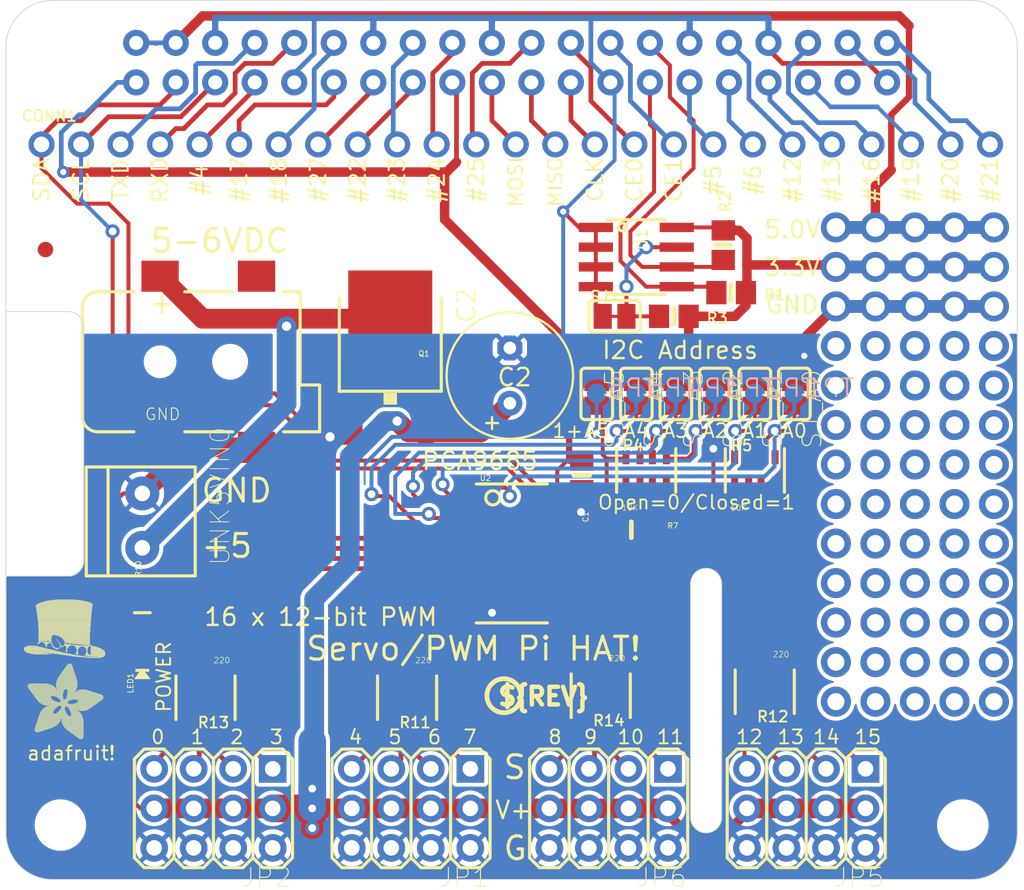
<source format=kicad_pcb>
(kicad_pcb (version 20221018) (generator pcbnew)
  (layers (0 "F.Cu" signal) (31 "B.Cu" signal) (34 "B.Paste" user) (35 "F.Paste" user) (36 "B.SilkS" user "B.Silkscreen") (37 "F.SilkS" user "F.Silkscreen") (38 "B.Mask" user) (39 "F.Mask" user) (44 "Edge.Cuts" user))
  (net 0 "")
  (net 1 "5.0V")
  (net 2 "SDA")
  (net 3 "SCL")
  (net 4 "GPIO4")
  (net 5 "GPIO17")
  (net 6 "GPIO27")
  (net 7 "GPIO22")
  (net 8 "SPI_MOSI")
  (net 9 "SPI_MISO")
  (net 10 "SPI_SCLK")
  (net 11 "GPIO5")
  (net 12 "GPIO6")
  (net 13 "GPIO13")
  (net 14 "GPIO19")
  (net 15 "GPIO26")
  (net 16 "3.3V")
  (net 17 "GND")
  (net 18 "TXD")
  (net 19 "RXD")
  (net 20 "GPIO18")
  (net 21 "GPIO24")
  (net 22 "GPIO25")
  (net 23 "SPI_CE0")
  (net 24 "SPI_CE1")
  (net 25 "EECLK")
  (net 26 "GPIO16")
  (net 27 "GPIO20")
  (net 28 "GPIO21")
  (net 29 "GPIO23")
  (net 30 "EEDATA")
  (net 31 "GPIO12")
  (net 32 "N$16")
  (net 33 "PWM0")
  (net 34 "PWM1")
  (net 35 "PWM2")
  (net 36 "PWM3")
  (net 37 "PWM4")
  (net 38 "PWM5")
  (net 39 "PWM6")
  (net 40 "PWM7")
  (net 41 "PWM8")
  (net 42 "PWM9")
  (net 43 "PWM10")
  (net 44 "PWM11")
  (net 45 "PWM12")
  (net 46 "PWM13")
  (net 47 "PWM14")
  (net 48 "PWM15")
  (net 49 "A0")
  (net 50 "A1")
  (net 51 "A2")
  (net 52 "A3")
  (net 53 "A4")
  (net 54 "A5")
  (net 55 "OE")
  (net 56 "PWRIN")
  (net 57 "N$24")
  (net 58 "N$25")
  (net 59 "N$26")
  (net 60 "N$27")
  (net 61 "N$28")
  (net 62 "N$29")
  (net 63 "N$30")
  (net 64 "N$31")
  (net 65 "N$32")
  (net 66 "N$33")
  (net 67 "N$34")
  (net 68 "N$35")
  (net 69 "N$36")
  (net 70 "N$37")
  (net 71 "N$38")
  (net 72 "N$40")
  (net 73 "N$63")
  (net 74 "+5V")
  (net 75 "N$2")
  (net 76 "N$3")
  (net 77 "N$4")
  (net 78 "N$5")
  (net 79 "N$1")
  (net 80 "N$6")
  (net 81 "N$7")
  (net 82 "N$8")
  (net 83 "N$9")
  (net 84 "N$10")
  (net 85 "N$11")
  (net 86 "N$12")
  (net 87 "N$13")
  (net 88 "N$14")
  (net 89 "N$15")
  (net 90 "N$17")
  (net 91 "N$18")
  (net 92 "N$19")
  (net 93 "N$20")
  (net 94 "N$21")
  (net 95 "N$22")
  (net 96 "N$23")
  (net 97 "N$39")
  (net 98 "N$41")
  (net 99 "N$42")
  (net 100 "N$43")
  (net 101 "N$44")
  (net 102 "N$45")
  (net 103 "N$46")
  (net 104 "N$47")
  (net 105 "N$48")
  (net 106 "N$49")
  (net 107 "N$50")
  (net 108 "N$51")
  (net 109 "N$52")
  (net 110 "N$53")
  (net 111 "N$54")
  (net 112 "N$55")
  (net 113 "N$56")
  (net 114 "N$57")
  (net 115 "N$58")
  (net 116 "N$59")
  (net 117 "N$60")
  (net 118 "N$61")
  (net 119 "N$62")
  (net 120 "N$64")
  (net 121 "N$65")
  (net 122 "N$66")
  (net 123 "N$67")
  (net 124 "N$68")
  (footprint "working:RESPACK_4X0603" (layer "F.Cu") (at 164.1341 106.9646)
    (fp_text reference "R5")
    (fp_text value "10K")
  )
  (footprint "working:SOIC8_150MIL" (layer "F.Cu") (at 156.5141 93.2486 -90)
    (fp_text reference "U1")
    (fp_text value "CAT24C32")
  )
  (footprint "working:FIDUCIAL_1MM" (layer "F.Cu") (at 122.3511 126.9036)
    (fp_text reference "FID3" hide)
    (fp_text value "FIDUCIAL\"\"" hide)
  )
  (footprint "working:SOLDERJUMPER_REFLOW_NOPASTE" (layer "F.Cu") (at 159.0541 102.0436 -90)
    (fp_text reference "SJ_A3")
    (fp_text value "")
  )
  (footprint "working:RESPACK_4X0603" (layer "F.Cu") (at 128.8281 121.5696 180)
    (fp_text reference "R13")
    (fp_text value "220")
  )
  (footprint "working:3X04" (layer "F.Cu") (at 167.4361 128.6816 180)
    (fp_text reference "JP5")
    (fp_text value "")
  )
  (footprint "working:0805-NO" (layer "F.Cu") (at 162.6101 95.5346)
    (fp_text reference "R1")
    (fp_text value "3.9K")
  )
  (footprint "working:0805-NO" (layer "F.Cu") (at 156.1966 110.7746)
    (fp_text reference "R7")
    (fp_text value "10K")
  )
  (footprint "working:3X04" (layer "F.Cu") (at 129.3361 128.6816 180)
    (fp_text reference "JP2")
    (fp_text value "")
  )
  (footprint "working:TERMBLOCK_1X2-3.5MM" (layer "F.Cu") (at 124.7641 110.1396 -90)
    (fp_text reference "UNK5VIN0")
    (fp_text value "3.5mm term" hide)
  )
  (footprint "working:DCJACK_2MM_SMT" (layer "F.Cu") (at 125.9071 99.9796)
    (fp_text reference "X1")
    (fp_text value "2.1mm SMT")
  )
  (footprint "working:ADAFRUIT_5MM" (layer "F.Cu") (at 117.3981 124.2366)
    (fp_text reference "U$51" hide)
    (fp_text value "" hide)
  )
  (footprint "working:3X04" (layer "F.Cu") (at 142.0361 128.6816 180)
    (fp_text reference "JP1")
    (fp_text value "")
  )
  (footprint "working:CHIPLED_0805_NOOUTLINE" (layer "F.Cu") (at 124.7641 120.0456)
    (fp_text reference "LED1")
    (fp_text value "GREEN")
  )
  (footprint "working:0805-NO" (layer "F.Cu") (at 162.1021 92.4866 90)
    (fp_text reference "R2")
    (fp_text value "3.9K")
  )
  (footprint "working:1X25_ROUND_70MIL" (layer "F.Cu") (at 148.7671 86.0096)
    (fp_text reference "CONN1")
    (fp_text value "HEADER-1X25")
  )
  (footprint "working:RESPACK_4X0603" (layer "F.Cu") (at 157.1491 106.9646)
    (fp_text reference "R4")
    (fp_text value "10K")
  )
  (footprint "working:SOLDERJUMPER_REFLOW_NOPASTE" (layer "F.Cu") (at 161.5941 102.0436 -90)
    (fp_text reference "SJ_A2")
    (fp_text value "")
  )
  (footprint "working:FIDUCIAL_1MM" (layer "F.Cu") (at 118.5401 92.7676)
    (fp_text reference "FID2" hide)
    (fp_text value "FIDUCIAL\"\"" hide)
  )
  (footprint "working:_0805MP" (layer "F.Cu") (at 124.7641 116.1086 90)
    (fp_text reference "R10")
    (fp_text value "470")
  )
  (footprint "working:PCBFEAT-REV-056" (layer "F.Cu") (at 148.0051 121.4426)
    (fp_text reference "U$6" hide)
    (fp_text value "" hide)
  )
  (footprint "working:RESPACK_4X0603" (layer "F.Cu") (at 154.2281 121.4426 180)
    (fp_text reference "R14")
    (fp_text value "220")
  )
  (footprint "working:3X04" (layer "F.Cu") (at 154.7361 128.6816 180)
    (fp_text reference "JP6")
    (fp_text value "")
  )
  (footprint "working:SOLDERJUMPER_CLOSEDWIRE" (layer "F.Cu") (at 155.1171 97.0586)
    (fp_text reference "SJ1")
    (fp_text value "WP")
  )
  (footprint "working:0805-NO" (layer "F.Cu") (at 158.9271 97.0586)
    (fp_text reference "R3")
    (fp_text value "3.9K")
  )
  (footprint "working:SOLDERJUMPER_REFLOW_NOPASTE" (layer "F.Cu") (at 153.9741 102.0436 -90)
    (fp_text reference "SJ_A5")
    (fp_text value "")
  )
  (footprint "working:E3,5-8" (layer "F.Cu") (at 148.3861 100.8686 90)
    (fp_text reference "C2")
    (fp_text value "")
  )
  (footprint "working:SOLDERJUMPER_REFLOW_NOPASTE" (layer "F.Cu") (at 166.6741 102.0436 -90)
    (fp_text reference "SJ_A0")
    (fp_text value "")
  )
  (footprint "working:RESPACK_4X0603" (layer "F.Cu") (at 164.7691 121.1886 180)
    (fp_text reference "R12")
    (fp_text value "220")
  )
  (footprint "working:RESPACK_4X0603" (layer "F.Cu") (at 141.7821 121.5696 180)
    (fp_text reference "R11")
    (fp_text value "220")
  )
  (footprint "working:SOLDERJUMPER_REFLOW_NOPASTE" (layer "F.Cu") (at 156.5141 102.0436 -90)
    (fp_text reference "SJ_A4")
    (fp_text value "")
  )
  (footprint "working:PI_HAT_SLOTS" (layer "F.Cu") (at 116.0011 133.2536)
    (fp_text reference "RPI1" hide)
    (fp_text value "RASPBERRYPI_BPLUS_HATSLOTS" hide)
    (fp_line (start 0 -53.5) (end 0 -3) (stroke (width 0.05)) (layer "Edge.Cuts"))
    (fp_line (start 0.1 -19.5) (end 4 -19.5) (stroke (width 0.05)) (layer "Edge.Cuts"))
    (fp_line (start 3 0) (end 62 0) (stroke (width 0.05)) (layer "Edge.Cuts"))
    (fp_line (start 4 -36.5) (end 0 -36.5) (stroke (width 0.05)) (layer "Edge.Cuts"))
    (fp_line (start 5 -20.5) (end 5 -35.5) (stroke (width 0.05)) (layer "Edge.Cuts"))
    (fp_line (start 44 -4) (end 44 -19) (stroke (width 0.05)) (layer "Edge.Cuts"))
    (fp_line (start 46 -19) (end 46 -4) (stroke (width 0.05)) (layer "Edge.Cuts"))
    (fp_line (start 62 -56.5) (end 3 -56.5) (stroke (width 0.05)) (layer "Edge.Cuts"))
    (fp_line (start 65 -3) (end 65 -53.5) (stroke (width 0.05)) (layer "Edge.Cuts"))
    (fp_arc (start 0 -53.5) (mid 0.87868 -55.62132) (end 3 -56.5) (stroke (width 0.05)) (layer "Edge.Cuts"))
    (fp_arc (start 3 0) (mid 0.87868 -0.87868) (end 0 -3) (stroke (width 0.05)) (layer "Edge.Cuts"))
    (fp_arc (start 4 -36.5) (mid 4.707107 -36.207107) (end 5 -35.5) (stroke (width 0.05)) (layer "Edge.Cuts"))
    (fp_arc (start 5 -20.5) (mid 4.707107 -19.792893) (end 4 -19.5) (stroke (width 0.05)) (layer "Edge.Cuts"))
    (fp_arc (start 44 -19) (mid 44.292893 -19.707107) (end 45 -20) (stroke (width 0.05)) (layer "Edge.Cuts"))
    (fp_arc (start 45 -20) (mid 45.707107 -19.707107) (end 46 -19) (stroke (width 0.05)) (layer "Edge.Cuts"))
    (fp_arc (start 45 -3) (mid 44.292893 -3.292893) (end 44 -4) (stroke (width 0.05)) (layer "Edge.Cuts"))
    (fp_arc (start 46 -4) (mid 45.707107 -3.292893) (end 45 -3) (stroke (width 0.05)) (layer "Edge.Cuts"))
    (fp_arc (start 62 -56.5) (mid 64.12132 -55.62132) (end 65 -53.5) (stroke (width 0.05)) (layer "Edge.Cuts"))
    (fp_arc (start 65 -3) (mid 64.12132 -0.87868) (end 62 0) (stroke (width 0.05)) (layer "Edge.Cuts"))
  )
  (footprint "working:TSSOP28" (layer "F.Cu") (at 148.5131 112.2986 -90)
    (fp_text reference "U2")
    (fp_text value "PCA9685")
  )
  (footprint "working:SOLDERJUMPER_REFLOW_NOPASTE" (layer "F.Cu") (at 164.1341 102.0436 -90)
    (fp_text reference "SJ_A1")
    (fp_text value "")
  )
  (footprint "working:TO252" (layer "F.Cu") (at 140.7011 99.7126)
    (fp_text reference "Q1")
    (fp_text value "AOD417")
  )
  (footprint "working:PIHATLOGO" (layer "F.Cu") (at 117.1441 119.0296)
    (fp_text reference "U$5" hide)
    (fp_text value "" hide)
  )
  (footprint "working:0805-NO" (layer "F.Cu") (at 153.0056 107.2821 -90)
    (fp_text reference "C1")
    (fp_text value "10uF")
  )
  (footprint "working:FIDUCIAL_1MM" (layer "F.Cu") (at 173.8981 131.8886)
    (fp_text reference "FID1" hide)
    (fp_text value "FIDUCIAL\"\"" hide)
  )
  (footprint "working:B1,27" (layer "B.Cu") (at 161.5941 102.0116 180)
    (fp_text reference "TP3")
    (fp_text value "TPB1,27")
  )
  (footprint "working:B1,27" (layer "B.Cu") (at 156.5141 102.0116 180)
    (fp_text reference "TP5")
    (fp_text value "TPB1,27")
  )
  (footprint "working:B1,27" (layer "B.Cu") (at 166.6741 102.0116 180)
    (fp_text reference "TP1")
    (fp_text value "TPB1,27")
  )
  (footprint "working:B1,27" (layer "B.Cu") (at 159.0541 102.0116 180)
    (fp_text reference "TP4")
    (fp_text value "TPB1,27")
  )
  (footprint "working:B1,27" (layer "B.Cu") (at 153.9741 102.0116 180)
    (fp_text reference "TP6")
    (fp_text value "TPB1,27")
  )
  (footprint "working:B1,27" (layer "B.Cu") (at 164.1341 102.0116 180)
    (fp_text reference "TP2")
    (fp_text value "TPB1,27")
  )
  (gr_line (start 116.0011 113.6956) (end 116.0011 113.5686) (stroke (width 0.05)) (layer "Edge.Cuts"))
  (gr_text "RXD" (at 125.9071 88.2956 90) (layer "F.SilkS") (effects (font (size 1.00584 1.00584) (thickness 0.13716))))
  (gr_text "V+" (at 147.3541 129.4436) (layer "F.SilkS") (effects (font (size 1.1176 1.1176) (thickness 0.1524)) (justify left bottom)))
  (gr_text "CLK" (at 153.8471 88.2956 90) (layer "F.SilkS") (effects (font (size 1.00584 1.00584) (thickness 0.13716))))
  (gr_text "7" (at 145.3221 124.6176) (layer "F.SilkS") (effects (font (size 0.89408 0.89408) (thickness 0.12192)) (justify left bottom)))
  (gr_text "#12" (at 166.5471 88.2956 90) (layer "F.SilkS") (effects (font (size 1.00584 1.00584) (thickness 0.13716))))
  (gr_text "1+" (at 151.0531 104.9326) (layer "F.SilkS") (effects (font (size 0.89408 0.89408) (thickness 0.12192)) (justify left bottom)))
  (gr_text "TXD" (at 123.3671 88.2956 90) (layer "F.SilkS") (effects (font (size 1.00584 1.00584) (thickness 0.13716))))
  (gr_text "#21" (at 179.2471 88.2956 90) (layer "F.SilkS") (effects (font (size 1.00584 1.00584) (thickness 0.13716))))
  (gr_text "8" (at 150.7831 124.6176) (layer "F.SilkS") (effects (font (size 0.89408 0.89408) (thickness 0.12192)) (justify left bottom)))
  (gr_text "10" (at 155.2281 124.6176) (layer "F.SilkS") (effects (font (size 0.89408 0.89408) (thickness 0.12192)) (justify left bottom)))
  (gr_text "POWER" (at 126.6691 122.5856 90) (layer "F.SilkS") (effects (font (size 0.89408 0.89408) (thickness 0.12192)) (justify left bottom)))
  (gr_text "13" (at 165.5151 124.6176) (layer "F.SilkS") (effects (font (size 0.89408 0.89408) (thickness 0.12192)) (justify left bottom)))
  (gr_text "A1" (at 163.2451 104.9326) (layer "F.SilkS") (effects (font (size 0.89408 0.89408) (thickness 0.12192)) (justify left bottom)))
  (gr_text "adafruit!" (at 123.1131 124.6176) (layer "F.SilkS") (effects (font (size 0.89408 0.89408) (thickness 0.12192)) (justify right top)))
  (gr_text "2" (at 130.3361 124.6176) (layer "F.SilkS") (effects (font (size 0.89408 0.89408) (thickness 0.12192)) (justify left bottom)))
  (gr_text "4" (at 137.9561 124.6176) (layer "F.SilkS") (effects (font (size 0.89408 0.89408) (thickness 0.12192)) (justify left bottom)))
  (gr_text "#24" (at 143.6871 88.2956 90) (layer "F.SilkS") (effects (font (size 1.00584 1.00584) (thickness 0.13716))))
  (gr_text "A2" (at 160.7051 104.9326) (layer "F.SilkS") (effects (font (size 0.89408 0.89408) (thickness 0.12192)) (justify left bottom)))
  (gr_text "GND" (at 128.4471 109.1236) (layer "F.SilkS") (effects (font (size 1.475232 1.475232) (thickness 0.201168)) (justify left bottom)))
  (gr_text "#17" (at 130.9871 88.2956 90) (layer "F.SilkS") (effects (font (size 1.00584 1.00584) (thickness 0.13716))))
  (gr_text "15" (at 170.4681 124.6176) (layer "F.SilkS") (effects (font (size 0.89408 0.89408) (thickness 0.12192)) (justify left bottom)))
  (gr_text "Open=0/Closed=1" (at 153.9741 109.5366) (layer "F.SilkS") (effects (font (size 0.89408 0.89408) (thickness 0.12192)) (justify left bottom)))
  (gr_text "MISO" (at 151.3071 88.4226 90) (layer "F.SilkS") (effects (font (size 0.89408 0.89408) (thickness 0.12192))))
  (gr_text "A4" (at 155.6251 104.9326) (layer "F.SilkS") (effects (font (size 0.89408 0.89408) (thickness 0.12192)) (justify left bottom)))
  (gr_text "I2C Address" (at 154.2281 99.8846) (layer "F.SilkS") (effects (font (size 1.1176 1.1176) (thickness 0.1524)) (justify left bottom)))
  (gr_text "Servo/PWM Pi HAT!" (at 135.1781 119.2836) (layer "F.SilkS") (effects (font (size 1.475232 1.475232) (thickness 0.201168)) (justify left bottom)))
  (gr_text "#27" (at 136.0671 88.2956 90) (layer "F.SilkS") (effects (font (size 1.00584 1.00584) (thickness 0.13716))))
  (gr_text "#16" (at 171.6271 88.2956 90) (layer "F.SilkS") (effects (font (size 1.00584 1.00584) (thickness 0.13716))))
  (gr_text "S" (at 147.8621 126.9036) (layer "F.SilkS") (effects (font (size 1.475232 1.475232) (thickness 0.201168)) (justify left bottom)))
  (gr_text "A0" (at 165.7851 104.9326) (layer "F.SilkS") (effects (font (size 0.89408 0.89408) (thickness 0.12192)) (justify left bottom)))
  (gr_text "9" (at 153.0691 124.6176) (layer "F.SilkS") (effects (font (size 0.89408 0.89408) (thickness 0.12192)) (justify left bottom)))
  (gr_text "12" (at 162.8481 124.6176) (layer "F.SilkS") (effects (font (size 0.89408 0.89408) (thickness 0.12192)) (justify left bottom)))
  (gr_text "5.0V" (at 168.4521 90.8356) (layer "F.SilkS") (effects (font (size 1.1176 1.1176) (thickness 0.1524)) (justify right top)))
  (gr_text "5-6VDC" (at 134.2891 91.3436) (layer "F.SilkS") (effects (font (size 1.475232 1.475232) (thickness 0.201168)) (justify right top)))
  (gr_text "MOSI" (at 148.7671 88.4226 90) (layer "F.SilkS") (effects (font (size 0.89408 0.89408) (thickness 0.12192))))
  (gr_text "6" (at 143.0361 124.6176) (layer "F.SilkS") (effects (font (size 0.89408 0.89408) (thickness 0.12192)) (justify left bottom)))
  (gr_text "SCL" (at 120.8271 88.2956 90) (layer "F.SilkS") (effects (font (size 1.00584 1.00584) (thickness 0.13716))))
  (gr_text "14" (at 167.8011 124.6176) (layer "F.SilkS") (effects (font (size 0.89408 0.89408) (thickness 0.12192)) (justify left bottom)))
  (gr_text "#4" (at 128.4471 88.2956 90) (layer "F.SilkS") (effects (font (size 1.00584 1.00584) (thickness 0.13716))))
  (gr_text "+5" (at 128.4471 112.6796) (layer "F.SilkS") (effects (font (size 1.475232 1.475232) (thickness 0.201168)) (justify left bottom)))
  (gr_text "#19" (at 174.1671 88.2956 90) (layer "F.SilkS") (effects (font (size 1.00584 1.00584) (thickness 0.13716))))
  (gr_text "#13" (at 169.0871 88.2956 90) (layer "F.SilkS") (effects (font (size 1.00584 1.00584) (thickness 0.13716))))
  (gr_text "#6" (at 164.0071 88.2956 90) (layer "F.SilkS") (effects (font (size 1.00584 1.00584) (thickness 0.13716))))
  (gr_text "A5" (at 153.0851 104.9326) (layer "F.SilkS") (effects (font (size 0.89408 0.89408) (thickness 0.12192)) (justify left bottom)))
  (gr_text "#25" (at 146.2271 88.2956 90) (layer "F.SilkS") (effects (font (size 1.00584 1.00584) (thickness 0.13716))))
  (gr_text "3.3V" (at 168.4521 93.2486) (layer "F.SilkS") (effects (font (size 1.1176 1.1176) (thickness 0.1524)) (justify right top)))
  (gr_text "#23" (at 141.1471 88.2956 90) (layer "F.SilkS") (effects (font (size 1.00584 1.00584) (thickness 0.13716))))
  (gr_text "PCA9685" (at 150.2911 105.6946) (layer "F.SilkS") (effects (font (size 1.1176 1.1176) (thickness 0.1524)) (justify right top)))
  (gr_text "GND" (at 168.3251 95.6616) (layer "F.SilkS") (effects (font (size 1.1176 1.1176) (thickness 0.1524)) (justify right top)))
  (gr_text "3" (at 132.8761 124.6176) (layer "F.SilkS") (effects (font (size 0.89408 0.89408) (thickness 0.12192)) (justify left bottom)))
  (gr_text "C2" (at 147.4971 101.6306) (layer "F.SilkS") (effects (font (size 1.1176 1.1176) (thickness 0.1524)) (justify left bottom)))
  (gr_text "0" (at 125.2561 124.6176) (layer "F.SilkS") (effects (font (size 0.89408 0.89408) (thickness 0.12192)) (justify left bottom)))
  (gr_text "11" (at 157.7681 124.6176) (layer "F.SilkS") (effects (font (size 0.89408 0.89408) (thickness 0.12192)) (justify left bottom)))
  (gr_text "A3" (at 158.1651 104.9326) (layer "F.SilkS") (effects (font (size 0.89408 0.89408) (thickness 0.12192)) (justify left bottom)))
  (gr_text "SDA" (at 118.2871 88.2956 90) (layer "F.SilkS") (effects (font (size 1.00584 1.00584) (thickness 0.13716))))
  (gr_text "G" (at 147.8621 132.1106) (layer "F.SilkS") (effects (font (size 1.475232 1.475232) (thickness 0.201168)) (justify left bottom)))
  (gr_text "#5" (at 161.4671 88.2956 90) (layer "F.SilkS") (effects (font (size 1.00584 1.00584) (thickness 0.13716))))
  (gr_text "#18" (at 133.5271 88.2956 90) (layer "F.SilkS") (effects (font (size 1.00584 1.00584) (thickness 0.13716))))
  (gr_text "5" (at 140.4961 124.6176) (layer "F.SilkS") (effects (font (size 0.89408 0.89408) (thickness 0.12192)) (justify left bottom)))
  (gr_text "1" (at 127.7961 124.6176) (layer "F.SilkS") (effects (font (size 0.89408 0.89408) (thickness 0.12192)) (justify left bottom)))
  (gr_text "CE1" (at 158.9271 88.2956 90) (layer "F.SilkS") (effects (font (size 1.00584 1.00584) (thickness 0.13716))))
  (gr_text "#22" (at 138.6071 88.2956 90) (layer "F.SilkS") (effects (font (size 1.00584 1.00584) (thickness 0.13716))))
  (gr_text "16 x 12-bit PWM" (at 143.8141 115.7276) (layer "F.SilkS") (effects (font (size 1.1176 1.1176) (thickness 0.1524)) (justify right top)))
  (gr_text "CE0" (at 156.3871 88.2956 90) (layer "F.SilkS") (effects (font (size 1.00584 1.00584) (thickness 0.13716))))
  (gr_text "#20" (at 176.7071 88.2956 90) (layer "F.SilkS") (effects (font (size 1.00584 1.00584) (thickness 0.13716))))
  (segment (start 172.8971 87.6606) (end 171.8811 88.6766) (width 0.6096) (layer "F.Cu") (net 1))
  (segment (start 174.0401 82.9616) (end 172.8971 84.1046) (width 0.4064) (layer "F.Cu") (net 1))
  (segment (start 172.8971 84.1046) (end 172.8971 87.6606) (width 0.4064) (layer "F.Cu") (net 1))
  (segment (start 128.6401 77.7546) (end 173.4051 77.7546) (width 0.6096) (layer "F.Cu") (net 1))
  (segment (start 173.4051 77.7546) (end 174.0401 78.3896) (width 0.6096) (layer "F.Cu") (net 1))
  (segment (start 174.0401 78.3896) (end 174.0401 82.9616) (width 0.4064) (layer "F.Cu") (net 1))
  (segment (start 169.3411 91.3436) (end 171.8811 91.3436) (width 0.8128) (layer "F.Cu") (net 1))
  (segment (start 126.9111 79.4836) (end 128.6401 77.7546) (width 0.6096) (layer "F.Cu") (net 1))
  (segment (start 171.8811 88.6766) (end 171.8811 91.3436) (width 0.6096) (layer "F.Cu") (net 1))
  (segment (start 171.8811 91.3436) (end 179.5011 91.3436) (width 0.8128) (layer "F.Cu") (net 1))
  (via (at 179.5011 91.3436) (size 1.9304) (drill 1.2) (layers "F.Cu" "B.Cu") (net 1))
  (via (at 169.3411 91.3436) (size 1.9304) (drill 1.2) (layers "F.Cu" "B.Cu") (net 1))
  (via (at 174.4211 91.3436) (size 1.9304) (drill 1.2) (layers "F.Cu" "B.Cu") (net 1))
  (via (at 176.9611 91.3436) (size 1.9304) (drill 1.2) (layers "F.Cu" "B.Cu") (net 1))
  (via (at 171.8811 91.3436) (size 1.9304) (drill 1.2) (layers "F.Cu" "B.Cu") (net 1))
  (segment (start 179.5011 91.3436) (end 176.9611 91.3436) (width 0.8128) (layer "B.Cu") (net 1))
  (segment (start 174.4211 91.3436) (end 176.9611 91.3436) (width 0.8128) (layer "B.Cu") (net 1))
  (segment (start 171.8811 91.3436) (end 169.3411 91.3436) (width 0.8128) (layer "B.Cu") (net 1))
  (segment (start 126.9111 79.4836) (end 125.700384 79.4836) (width 0.3048) (layer "B.Cu") (net 1))
  (segment (start 174.4211 91.3436) (end 171.8811 91.3436) (width 0.8128) (layer "B.Cu") (net 1))
  (segment (start 125.700384 79.4836) (end 124.3711 79.4836) (width 0.3048) (layer "B.Cu") (net 1))
  (segment (start 125.700384 79.4836) (end 125.6531 79.530885) (width 0.3048) (layer "B.Cu") (net 1))
  (segment (start 119.3031 84.4856) (end 120.8271 84.4856) (width 0.3048) (layer "F.Cu") (net 2))
  (segment (start 123.8751 91.0896) (end 122.6051 89.8196) (width 0.254) (layer "F.Cu") (net 2))
  (segment (start 133.2731 102.0116) (end 125.1451 102.0116) (width 0.254) (layer "F.Cu") (net 2))
  (segment (start 126.9111 82.4656) (end 126.9111 82.0236) (width 0.3048) (layer "F.Cu") (net 2))
  (segment (start 148.5131 106.3296) (end 135.5591 106.3296) (width 0.254) (layer "F.Cu") (net 2))
  (segment (start 151.4309 108.7236) (end 150.9071 108.7236) (width 0.254) (layer "F.Cu") (net 2))
  (segment (start 120.8271 84.4856) (end 121.8431 83.4696) (width 0.3048) (layer "F.Cu") (net 2))
  (segment (start 123.8751 100.7416) (end 123.8751 91.0896) (width 0.254) (layer "F.Cu") (net 2))
  (segment (start 118.2871 85.5016) (end 119.3031 84.4856) (width 0.3048) (layer "F.Cu") (net 2))
  (segment (start 135.3051 104.0436) (end 133.2731 102.0116) (width 0.254) (layer "F.Cu") (net 2))
  (segment (start 135.5591 106.3296) (end 135.3051 106.0756) (width 0.254) (layer "F.Cu") (net 2))
  (segment (start 135.3051 106.0756) (end 135.3051 104.0436) (width 0.254) (layer "F.Cu") (net 2))
  (segment (start 125.1451 102.0116) (end 123.8751 100.7416) (width 0.254) (layer "F.Cu") (net 2))
  (segment (start 118.2871 87.5336) (end 118.2871 86.0096) (width 0.254) (layer "F.Cu") (net 2))
  (segment (start 118.2871 86.0096) (end 118.2871 85.5016) (width 0.3048) (layer "F.Cu") (net 2))
  (segment (start 120.5731 89.8196) (end 118.2871 87.5336) (width 0.254) (layer "F.Cu") (net 2))
  (segment (start 122.6051 89.8196) (end 120.5731 89.8196) (width 0.254) (layer "F.Cu") (net 2))
  (segment (start 125.9071 83.4696) (end 126.9111 82.4656) (width 0.3048) (layer "F.Cu") (net 2))
  (segment (start 121.8431 83.4696) (end 125.9071 83.4696) (width 0.3048) (layer "F.Cu") (net 2))
  (segment (start 150.9071 108.7236) (end 148.5131 106.3296) (width 0.254) (layer "F.Cu") (net 2))
  (segment (start 122.6051 84.2316) (end 127.2431 84.2316) (width 0.3048) (layer "F.Cu") (net 3))
  (segment (start 148.2591 106.8376) (end 135.0511 106.8376) (width 0.254) (layer "F.Cu") (net 3))
  (segment (start 122.8591 100.4876) (end 122.8591 91.5976) (width 0.254) (layer "F.Cu") (net 3))
  (segment (start 134.5431 106.3296) (end 134.5431 104.0436) (width 0.254) (layer "F.Cu") (net 3))
  (segment (start 133.2731 102.7736) (end 125.1451 102.7736) (width 0.254) (layer "F.Cu") (net 3))
  (segment (start 127.2431 84.2316) (end 129.4511 82.0236) (width 0.3048) (layer "F.Cu") (net 3))
  (segment (start 120.8271 86.0096) (end 122.6051 84.2316) (width 0.3048) (layer "F.Cu") (net 3))
  (segment (start 134.5431 104.0436) (end 133.2731 102.7736) (width 0.254) (layer "F.Cu") (net 3))
  (segment (start 150.7951 109.3736) (end 148.2591 106.8376) (width 0.254) (layer "F.Cu") (net 3))
  (segment (start 151.4309 109.3736) (end 150.7951 109.3736) (width 0.254) (layer "F.Cu") (net 3))
  (segment (start 135.0511 106.8376) (end 134.5431 106.3296) (width 0.254) (layer "F.Cu") (net 3))
  (segment (start 125.1451 102.7736) (end 122.8591 100.4876) (width 0.254) (layer "F.Cu") (net 3))
  (via (at 122.8591 91.5976) (size 0.9064) (drill 0.5) (layers "F.Cu" "B.Cu") (net 3))
  (segment (start 122.8591 91.5976) (end 120.8271 89.5656) (width 0.254) (layer "B.Cu") (net 3))
  (segment (start 120.8271 89.5656) (end 120.8271 86.0096) (width 0.254) (layer "B.Cu") (net 3))
  (segment (start 128.4471 86.0096) (end 131.9911 82.4656) (width 0.3048) (layer "F.Cu") (net 4))
  (segment (start 131.9911 82.4656) (end 131.9911 82.0236) (width 0.3048) (layer "F.Cu") (net 4))
  (segment (start 130.9871 86.0096) (end 130.9871 84.4856) (width 0.3048) (layer "F.Cu") (net 5))
  (segment (start 136.5751 83.4696) (end 137.0711 82.9736) (width 0.3048) (layer "F.Cu") (net 5))
  (segment (start 132.0031 83.4696) (end 136.5751 83.4696) (width 0.3048) (layer "F.Cu") (net 5))
  (segment (start 137.0711 82.9736) (end 137.0711 82.0236) (width 0.3048) (layer "F.Cu") (net 5))
  (segment (start 130.9871 84.4856) (end 132.0031 83.4696) (width 0.3048) (layer "F.Cu") (net 5))
  (segment (start 136.0671 86.0096) (end 139.6111 82.4656) (width 0.3048) (layer "F.Cu") (net 6))
  (segment (start 139.6111 82.4656) (end 139.6111 82.0236) (width 0.3048) (layer "F.Cu") (net 6))
  (segment (start 142.1511 82.4656) (end 142.1511 82.0236) (width 0.3048) (layer "F.Cu") (net 7))
  (segment (start 138.6071 86.0096) (end 142.1511 82.4656) (width 0.3048) (layer "F.Cu") (net 7))
  (segment (start 147.2311 84.4736) (end 147.2311 82.0236) (width 0.3048) (layer "F.Cu") (net 8))
  (segment (start 148.7671 86.0096) (end 147.2311 84.4736) (width 0.3048) (layer "F.Cu") (net 8))
  (segment (start 151.3071 86.0096) (end 149.7711 84.4736) (width 0.3048) (layer "F.Cu") (net 9))
  (segment (start 149.7711 84.4736) (end 149.7711 82.0236) (width 0.3048) (layer "F.Cu") (net 9))
  (segment (start 152.3111 84.4736) (end 152.3111 82.0236) (width 0.3048) (layer "F.Cu") (net 10))
  (segment (start 153.8471 86.0096) (end 152.3111 84.4736) (width 0.3048) (layer "F.Cu") (net 10))
  (segment (start 159.9311 82.0236) (end 159.9311 84.4736) (width 0.3048) (layer "B.Cu") (net 11))
  (segment (start 159.9311 84.4736) (end 161.4671 86.0096) (width 0.3048) (layer "B.Cu") (net 11))
  (segment (start 162.4711 82.0236) (end 162.4711 84.4736) (width 0.3048) (layer "B.Cu") (net 12))
  (segment (start 162.4711 84.4736) (end 164.0071 86.0096) (width 0.3048) (layer "B.Cu") (net 12))
  (segment (start 167.1821 84.6126) (end 168.3251 85.7556) (width 0.3048) (layer "B.Cu") (net 13))
  (segment (start 168.8331 85.7556) (end 169.0871 86.0096) (width 0.3048) (layer "B.Cu") (net 13))
  (segment (start 168.3251 85.7556) (end 168.8331 85.7556) (width 0.3048) (layer "B.Cu") (net 13))
  (segment (start 165.1011 82.0236) (end 165.1011 83.1666) (width 0.3048) (layer "B.Cu") (net 13))
  (segment (start 165.0111 82.0236) (end 165.1011 82.0236) (width 0.3048) (layer "B.Cu") (net 13))
  (segment (start 166.5471 84.6126) (end 167.1821 84.6126) (width 0.3048) (layer "B.Cu") (net 13))
  (segment (start 165.1011 83.1666) (end 166.5471 84.6126) (width 0.3048) (layer "B.Cu") (net 13))
  (segment (start 174.1671 85.7556) (end 174.1671 86.0096) (width 0.254) (layer "B.Cu") (net 14))
  (segment (start 172.0081 83.5966) (end 174.1671 85.7556) (width 0.254) (layer "B.Cu") (net 14))
  (segment (start 167.5511 82.1506) (end 167.5511 82.0236) (width 0.254) (layer "B.Cu") (net 14))
  (segment (start 168.9971 83.5966) (end 167.5511 82.1506) (width 0.254) (layer "B.Cu") (net 14))
  (segment (start 168.9971 83.5966) (end 172.0081 83.5966) (width 0.3048) (layer "B.Cu") (net 14))
  (segment (start 152.1961 98.8366) (end 144.1951 90.8356) (width 0.6096) (layer "F.Cu") (net 16))
  (segment (start 163.6261 95.0266) (end 163.5601 95.0926) (width 0.6096) (layer "F.Cu") (net 16))
  (segment (start 144.1951 90.8356) (end 144.1951 87.7876) (width 0.6096) (layer "F.Cu") (net 16))
  (segment (start 162.8031 91.5366) (end 162.4526 91.1861) (width 0.6096) (layer "F.Cu") (net 16))
  (segment (start 152.0691 106.3296) (end 153.0031 106.3296) (width 0.254) (layer "F.Cu") (net 16))
  (segment (start 144.3221 87.7876) (end 144.1951 87.7876) (width 0.3048) (layer "F.Cu") (net 16))
  (segment (start 156.5141 101.2816) (end 156.1331 100.9006) (width 0.254) (layer "F.Cu") (net 16))
  (segment (start 163.5601 95.0926) (end 163.5601 95.5346) (width 0.6096) (layer "F.Cu") (net 16))
  (segment (start 152.1961 106.3321) (end 152.1961 98.8366) (width 0.4064) (layer "F.Cu") (net 16))
  (segment (start 158.6731 98.8366) (end 152.1961 98.8366) (width 0.6096) (layer "F.Cu") (net 16))
  (segment (start 151.4309 108.0736) (end 151.4309 106.9678) (width 0.254) (layer "F.Cu") (net 16))
  (segment (start 153.9421 101.2496) (end 153.9741 101.2816) (width 0.4064) (layer "F.Cu") (net 16))
  (segment (start 156.5141 101.2816) (end 158.6731 101.2816) (width 0.4064) (layer "F.Cu") (net 16))
  (segment (start 153.1301 106.4566) (end 153.0056 106.3321) (width 0.254) (layer "F.Cu") (net 16))
  (segment (start 163.6261 92.0446) (end 163.6261 93.7566) (width 0.6096) (layer "F.Cu") (net 16))
  (segment (start 162.4526 91.1861) (end 162.1021 91.5366) (width 0.6096) (layer "F.Cu") (net 16))
  (segment (start 151.4309 106.9678) (end 152.0691 106.3296) (width 0.254) (layer "F.Cu") (net 16))
  (segment (start 163.1181 91.5366) (end 163.6261 92.0446) (width 0.6096) (layer "F.Cu") (net 16))
  (segment (start 144.6911 82.0236) (end 144.9571 82.2896) (width 0.3048) (layer "F.Cu") (net 16))
  (segment (start 144.1951 87.7876) (end 119.6841 87.7876) (width 0.6096) (layer "F.Cu") (net 16))
  (segment (start 169.2141 93.7566) (end 163.6261 93.7566) (width 0.6096) (layer "F.Cu") (net 16))
  (segment (start 153.9741 101.2816) (end 156.5141 101.2816) (width 0.4064) (layer "F.Cu") (net 16))
  (segment (start 159.8771 97.0586) (end 162.8641 97.0586) (width 0.6096) (layer "F.Cu") (net 16))
  (segment (start 159.8771 98.5826) (end 159.8771 98.7756) (width 0.6096) (layer "F.Cu") (net 16))
  (segment (start 161.5941 101.2816) (end 164.1341 101.2816) (width 0.4064) (layer "F.Cu") (net 16))
  (segment (start 159.1141 91.3436) (end 161.9091 91.3436) (width 0.254) (layer "F.Cu") (net 16))
  (segment (start 158.6731 101.2816) (end 159.0541 101.2816) (width 0.4064) (layer "F.Cu") (net 16))
  (segment (start 163.1181 91.5366) (end 162.8031 91.5366) (width 0.6096) (layer "F.Cu") (net 16))
  (segment (start 163.5601 95.5346) (end 163.5601 96.3626) (width 0.6096) (layer "F.Cu") (net 16))
  (segment (start 159.8771 98.8366) (end 159.8771 98.7756) (width 0.6096) (layer "F.Cu") (net 16))
  (segment (start 144.9571 82.2896) (end 144.9571 87.1526) (width 0.3048) (layer "F.Cu") (net 16))
  (segment (start 158.6731 98.8366) (end 159.8771 98.8366) (width 0.6096) (layer "F.Cu") (net 16))
  (segment (start 144.9571 87.1526) (end 144.3221 87.7876) (width 0.6096) (layer "F.Cu") (net 16))
  (segment (start 163.5601 96.3626) (end 162.8641 97.0586) (width 0.6096) (layer "F.Cu") (net 16))
  (segment (start 153.0031 106.3296) (end 153.0056 106.3321) (width 0.254) (layer "F.Cu") (net 16))
  (segment (start 169.3411 93.8836) (end 169.2141 93.7566) (width 0.6096) (layer "F.Cu") (net 16))
  (segment (start 153.0056 106.3321) (end 152.1961 106.3321) (width 0.4064) (layer "F.Cu") (net 16))
  (segment (start 164.1341 101.2816) (end 166.6741 101.2816) (width 0.4064) (layer "F.Cu") (net 16))
  (segment (start 158.6731 101.2816) (end 158.6731 98.8366) (width 0.4064) (layer "F.Cu") (net 16))
  (segment (start 169.3411 93.8836) (end 179.5011 93.8836) (width 0.8128) (layer "F.Cu") (net 16))
  (segment (start 161.5941 101.2816) (end 159.0541 101.2816) (width 0.4064) (layer "F.Cu") (net 16))
  (segment (start 163.6261 93.7566) (end 163.6261 95.0266) (width 0.6096) (layer "F.Cu") (net 16))
  (segment (start 161.9091 91.3436) (end 162.1021 91.5366) (width 0.254) (layer "F.Cu") (net 16))
  (segment (start 159.8771 97.0586) (end 159.8771 98.5826) (width 0.6096) (layer "F.Cu") (net 16))
  (via (at 179.5011 93.8836) (size 1.9304) (drill 1.2) (layers "F.Cu" "B.Cu") (net 16))
  (via (at 169.3411 93.8836) (size 1.9304) (drill 1.2) (layers "F.Cu" "B.Cu") (net 16))
  (via (at 176.9611 93.8836) (size 1.9304) (drill 1.2) (layers "F.Cu" "B.Cu") (net 16))
  (via (at 171.8811 93.8836) (size 1.9304) (drill 1.2) (layers "F.Cu" "B.Cu") (net 16))
  (via (at 119.6841 87.7876) (size 0.8001) (drill 0.3937) (layers "F.Cu" "B.Cu") (net 16))
  (via (at 174.4211 93.8836) (size 1.9304) (drill 1.2) (layers "F.Cu" "B.Cu") (net 16))
  (segment (start 123.1621 82.0236) (end 121.0811 84.1046) (width 0.3048) (layer "B.Cu") (net 16))
  (segment (start 119.5571 85.2476) (end 119.5571 87.7876) (width 0.3048) (layer "B.Cu") (net 16))
  (segment (start 171.8811 93.8836) (end 174.4211 93.8836) (width 0.8128) (layer "B.Cu") (net 16))
  (segment (start 119.6841 87.7876) (end 119.5571 87.7876) (width 0.3048) (layer "B.Cu") (net 16))
  (segment (start 121.0811 84.1046) (end 120.7001 84.1046) (width 0.3048) (layer "B.Cu") (net 16))
  (segment (start 174.4211 93.8836) (end 176.9611 93.8836) (width 0.8128) (layer "B.Cu") (net 16))
  (segment (start 169.3411 93.8836) (end 171.8811 93.8836) (width 0.8128) (layer "B.Cu") (net 16))
  (segment (start 176.9611 93.8836) (end 179.5011 93.8836) (width 0.8128) (layer "B.Cu") (net 16))
  (segment (start 124.3711 82.0236) (end 123.1621 82.0236) (width 0.3048) (layer "B.Cu") (net 16))
  (segment (start 119.5571 87.7876) (end 119.5571 87.9146) (width 0.3048) (layer "B.Cu") (net 16))
  (segment (start 120.7001 84.1046) (end 119.5571 85.2476) (width 0.3048) (layer "B.Cu") (net 16))
  (segment (start 162.8341 108.5856) (end 162.8641 108.6156) (width 0.254) (layer "F.Cu") (net 17))
  (segment (start 125.9071 105.4796) (end 125.9071 107.2966) (width 1.27) (layer "F.Cu") (net 17))
  (segment (start 125.9071 107.2966) (end 124.7641 108.4396) (width 1.27) (layer "F.Cu") (net 17))
  (segment (start 158.1651 109.7561) (end 158.1651 108.6156) (width 0.254) (layer "F.Cu") (net 17))
  (segment (start 161.4671 108.6156) (end 162.8641 108.6156) (width 0.254) (layer "F.Cu") (net 17))
  (segment (start 171.4101 80.8026) (end 172.6311 82.0236) (width 0.3048) (layer "F.Cu") (net 17))
  (segment (start 158.4491 108.6156) (end 161.3401 108.6156) (width 0.254) (layer "F.Cu") (net 17))
  (segment (start 122.6051 109.3776) (end 123.5431 108.4396) (width 0.254) (layer "F.Cu") (net 17))
  (segment (start 145.5953 116.5236) (end 146.8281 116.5236) (width 0.254) (layer "F.Cu") (net 17))
  (segment (start 153.9141 96.6176) (end 153.9141 95.1536) (width 0.254) (layer "F.Cu") (net 17))
  (segment (start 153.0056 108.2321) (end 153.0056 109.5841) (width 0.254) (layer "F.Cu") (net 17))
  (segment (start 165.9121 80.8026) (end 171.4101 80.8026) (width 0.3048) (layer "F.Cu") (net 17))
  (segment (start 156.7491 108.5966) (end 156.7681 108.6156) (width 0.254) (layer "F.Cu") (net 17))
  (segment (start 155.8491 107.8146) (end 155.8491 108.6156) (width 0.254) (layer "F.Cu") (net 17))
  (segment (start 163.7341 108.3806) (end 163.7341 107.8146) (width 0.254) (layer "F.Cu") (net 17))
  (segment (start 124.7641 115.0926) (end 124.7641 114.8386) (width 0.254) (layer "F.Cu") (net 17))
  (segment (start 157.5491 107.8146) (end 157.5491 108.6156) (width 0.254) (layer "F.Cu") (net 17))
  (segment (start 161.3401 108.6156) (end 161.4671 108.4886) (width 0.254) (layer "F.Cu") (net 17))
  (segment (start 157.5491 108.6156) (end 156.7681 108.6156) (width 0.254) (layer "F.Cu") (net 17))
  (segment (start 156.7491 107.8146) (end 156.7491 108.5966) (width 0.254) (layer "F.Cu") (net 17))
  (segment (start 151.4309 110.0236) (end 152.5661 110.0236) (width 0.254) (layer "F.Cu") (net 17))
  (segment (start 163.4991 108.6156) (end 163.7341 108.3806) (width 0.254) (layer "F.Cu") (net 17))
  (segment (start 165.0111 79.9016) (end 165.9121 80.8026) (width 0.3048) (layer "F.Cu") (net 17))
  (segment (start 138.1281 104.8056) (end 136.8291 104.8056) (width 1.016) (layer "F.Cu") (net 17))
  (segment (start 124.7641 114.8386) (end 122.6051 112.6796) (width 0.254) (layer "F.Cu") (net 17))
  (segment (start 153.9141 91.3436) (end 152.8311 91.3436) (width 0.254) (layer "F.Cu") (net 17))
  (segment (start 157.1466 110.7746) (end 158.1651 109.7561) (width 0.254) (layer "F.Cu") (net 17))
  (segment (start 152.5661 110.0236) (end 152.9581 109.6316) (width 0.254) (layer "F.Cu") (net 17))
  (segment (start 155.8491 108.6156) (end 156.7681 108.6156) (width 0.254) (layer "F.Cu") (net 17))
  (segment (start 138.4211 104.5126) (end 138.1281 104.8056) (width 1.016) (layer "F.Cu") (net 17))
  (segment (start 165.0111 79.4836) (end 165.0111 79.9016) (width 0.3048) (layer "F.Cu") (net 17))
  (segment (start 153.0056 109.5841) (end 153.0056 109.5841) (width 0.254) (layer "F.Cu") (net 17))
  (segment (start 162.8641 108.6156) (end 163.4991 108.6156) (width 0.254) (layer "F.Cu") (net 17))
  (segment (start 153.9141 92.6136) (end 153.9141 91.3436) (width 0.254) (layer "F.Cu") (net 17))
  (segment (start 158.1651 108.6156) (end 157.5491 108.6156) (width 0.254) (layer "F.Cu") (net 17))
  (segment (start 125.9071 105.4796) (end 132.1071 105.4796) (width 1.27) (layer "F.Cu") (net 17))
  (segment (start 123.5431 108.4396) (end 124.7641 108.4396) (width 0.254) (layer "F.Cu") (net 17))
  (segment (start 158.4491 107.8146) (end 158.4491 108.6156) (width 0.254) (layer "F.Cu") (net 17))
  (segment (start 158.4491 108.6156) (end 158.1651 108.6156) (width 0.254) (layer "F.Cu") (net 17))
  (segment (start 169.3411 96.4236) (end 167.3091 98.4556) (width 0.6096) (layer "F.Cu") (net 17))
  (segment (start 146.8281 116.5236) (end 147.2431 116.1086) (width 0.254) (layer "F.Cu") (net 17))
  (segment (start 167.3091 98.4556) (end 167.3091 99.5986) (width 0.6096) (layer "F.Cu") (net 17))
  (segment (start 122.6051 112.6796) (end 122.6051 109.3776) (width 0.254) (layer "F.Cu") (net 17))
  (segment (start 169.3411 96.4236) (end 179.5011 96.4236) (width 0.8128) (layer "F.Cu") (net 17))
  (segment (start 153.9141 95.1536) (end 153.9141 93.8836) (width 0.254) (layer "F.Cu") (net 17))
  (segment (start 161.4671 108.4886) (end 161.4671 108.6156) (width 0.254) (layer "F.Cu") (net 17))
  (segment (start 153.0056 109.5841) (end 152.9581 109.6316) (width 0.254) (layer "F.Cu") (net 17))
  (segment (start 153.9141 93.8836) (end 153.9141 92.6136) (width 0.254) (layer "F.Cu") (net 17))
  (segment (start 161.4671 105.5676) (end 161.4671 108.4886) (width 0.254) (layer "F.Cu") (net 17))
  (segment (start 162.8341 107.8146) (end 162.8341 108.5856) (width 0.254) (layer "F.Cu") (net 17))
  (segment (start 154.3551 97.0586) (end 153.9141 96.6176) (width 0.254) (layer "F.Cu") (net 17))
  (segment (start 152.8311 91.3436) (end 151.8151 90.3276) (width 0.254) (layer "F.Cu") (net 17))
  (via (at 176.9611 96.4236) (size 1.9304) (drill 1.2) (layers "F.Cu" "B.Cu") (net 17))
  (via (at 179.5011 96.4236) (size 1.9304) (drill 1.2) (layers "F.Cu" "B.Cu") (net 17))
  (via (at 152.9581 109.6316) (size 0.9064) (drill 0.5) (layers "F.Cu" "B.Cu") (net 17))
  (via (at 136.8291 104.8056) (size 1.0064) (drill 0.6) (layers "F.Cu" "B.Cu") (net 17))
  (via (at 174.4211 96.4236) (size 1.9304) (drill 1.2) (layers "F.Cu" "B.Cu") (net 17))
  (via (at 161.4671 105.5676) (size 0.9064) (drill 0.5) (layers "F.Cu" "B.Cu") (net 17))
  (via (at 151.8151 90.3276) (size 0.8001) (drill 0.3937) (layers "F.Cu" "B.Cu") (net 17))
  (via (at 147.2431 116.1086) (size 0.9064) (drill 0.5) (layers "F.Cu" "B.Cu") (net 17))
  (via (at 167.3091 99.5986) (size 0.8001) (drill 0.3937) (layers "F.Cu" "B.Cu") (net 17))
  (via (at 169.3411 96.4236) (size 1.9304) (drill 1.2) (layers "F.Cu" "B.Cu") (net 17))
  (via (at 171.8811 96.4236) (size 1.9304) (drill 1.2) (layers "F.Cu" "B.Cu") (net 17))
  (segment (start 153.5931 80.7656) (end 153.5931 77.8816) (width 0.3048) (layer "B.Cu") (net 17))
  (segment (start 165.0111 79.4836) (end 165.0111 77.8816) (width 0.4064) (layer "B.Cu") (net 17))
  (segment (start 155.1171 82.2896) (end 155.1171 87.0256) (width 0.254) (layer "B.Cu") (net 17))
  (segment (start 134.5311 81.4496) (end 135.8131 80.1676) (width 0.3048) (layer "B.Cu") (net 17))
  (segment (start 153.5931 77.8816) (end 159.9431 77.8816) (width 0.4064) (layer "B.Cu") (net 17))
  (segment (start 135.9401 77.8816) (end 139.6111 77.8816) (width 0.4064) (layer "B.Cu") (net 17))
  (segment (start 134.5311 82.2116) (end 134.5311 82.0236) (width 0.3048) (layer "B.Cu") (net 17))
  (segment (start 152.9581 109.6316) (end 153.2121 109.6316) (width 0.254) (layer "B.Cu") (net 17))
  (segment (start 159.9431 77.8816) (end 159.9431 79.4836) (width 0.4064) (layer "B.Cu") (net 17))
  (segment (start 174.4211 96.4236) (end 176.9611 96.4236) (width 0.8128) (layer "B.Cu") (net 17))
  (segment (start 169.3411 96.4236) (end 171.8811 96.4236) (width 0.8128) (layer "B.Cu") (net 17))
  (segment (start 155.1171 87.0256) (end 151.8151 90.3276) (width 0.254) (layer "B.Cu") (net 17))
  (segment (start 129.4511 77.8816) (end 135.9401 77.8816) (width 0.4064) (layer "B.Cu") (net 17))
  (segment (start 135.8131 78.0086) (end 135.9401 77.8816) (width 0.3048) (layer "B.Cu") (net 17))
  (segment (start 135.8131 80.1676) (end 135.8131 78.0086) (width 0.3048) (layer "B.Cu") (net 17))
  (segment (start 159.9431 79.4836) (end 159.9311 79.4836) (width 0.4064) (layer "B.Cu") (net 17))
  (segment (start 176.9611 96.4236) (end 179.5011 96.4236) (width 0.8128) (layer "B.Cu") (net 17))
  (segment (start 129.4511 79.4836) (end 129.4511 77.8816) (width 0.4064) (layer "B.Cu") (net 17))
  (segment (start 167.3091 99.5986) (end 166.9281 99.2176) (width 0.6096) (layer "B.Cu") (net 17))
  (segment (start 154.8511 82.0236) (end 155.1171 82.2896) (width 0.254) (layer "B.Cu") (net 17))
  (segment (start 147.2311 77.8816) (end 153.5931 77.8816) (width 0.4064) (layer "B.Cu") (net 17))
  (segment (start 171.8811 96.4236) (end 174.4211 96.4236) (width 0.8128) (layer "B.Cu") (net 17))
  (segment (start 151.8151 90.3276) (end 151.8151 98.4556) (width 0.254) (layer "B.Cu") (net 17))
  (segment (start 134.5311 82.0236) (end 134.5311 81.4496) (width 0.3048) (layer "B.Cu") (net 17))
  (segment (start 139.6111 77.8816) (end 147.2311 77.8816) (width 0.4064) (layer "B.Cu") (net 17))
  (segment (start 165.0111 77.8816) (end 159.9431 77.8816) (width 0.4064) (layer "B.Cu") (net 17))
  (segment (start 147.2311 79.4836) (end 147.2311 77.8816) (width 0.4064) (layer "B.Cu") (net 17))
  (segment (start 166.9281 99.2176) (end 166.9281 98.9636) (width 0.6096) (layer "B.Cu") (net 17))
  (segment (start 139.6111 79.4836) (end 139.6111 77.8816) (width 0.4064) (layer "B.Cu") (net 17))
  (segment (start 154.8511 82.0236) (end 153.5931 80.7656) (width 0.3048) (layer "B.Cu") (net 17))
  (segment (start 127.1771 83.7236) (end 128.1931 82.7076) (width 0.3048) (layer "B.Cu") (net 18))
  (segment (start 128.1931 82.7076) (end 128.1931 80.9296) (width 0.3048) (layer "B.Cu") (net 18))
  (segment (start 128.3201 80.8026) (end 130.6061 80.8026) (width 0.3048) (layer "B.Cu") (net 18))
  (segment (start 128.1931 80.9296) (end 128.3201 80.8026) (width 0.3048) (layer "B.Cu") (net 18))
  (segment (start 123.3671 86.0096) (end 125.6531 83.7236) (width 0.3048) (layer "B.Cu") (net 18))
  (segment (start 125.6531 83.7236) (end 127.1771 83.7236) (width 0.3048) (layer "B.Cu") (net 18))
  (segment (start 130.6061 80.8026) (end 131.9251 79.4836) (width 0.3048) (layer "B.Cu") (net 18))
  (segment (start 131.9251 79.4836) (end 131.9911 79.4836) (width 0.3048) (layer "B.Cu") (net 18))
  (segment (start 129.9711 83.4696) (end 130.7331 82.7076) (width 0.3048) (layer "F.Cu") (net 19))
  (segment (start 133.1461 80.8026) (end 134.4651 79.4836) (width 0.3048) (layer "F.Cu") (net 19))
  (segment (start 131.3681 80.8026) (end 133.1461 80.8026) (width 0.3048) (layer "F.Cu") (net 19))
  (segment (start 130.7331 82.7076) (end 130.7331 81.4376) (width 0.3048) (layer "F.Cu") (net 19))
  (segment (start 126.9231 84.9936) (end 127.4311 84.9936) (width 0.3048) (layer "F.Cu") (net 19))
  (segment (start 127.4311 84.9936) (end 128.9551 83.4696) (width 0.3048) (layer "F.Cu") (net 19))
  (segment (start 134.4651 79.4836) (end 134.5311 79.4836) (width 0.3048) (layer "F.Cu") (net 19))
  (segment (start 130.7331 81.4376) (end 131.3681 80.8026) (width 0.3048) (layer "F.Cu") (net 19))
  (segment (start 125.9071 86.0096) (end 126.9231 84.9936) (width 0.3048) (layer "F.Cu") (net 19))
  (segment (start 128.9551 83.4696) (end 129.9711 83.4696) (width 0.3048) (layer "F.Cu") (net 19))
  (segment (start 137.0711 79.9256) (end 137.0711 79.4836) (width 0.3048) (layer "B.Cu") (net 20))
  (segment (start 135.8131 81.1836) (end 137.0711 79.9256) (width 0.3048) (layer "B.Cu") (net 20))
  (segment (start 133.5271 86.0096) (end 135.8131 83.7236) (width 0.3048) (layer "B.Cu") (net 20))
  (segment (start 135.8131 83.7236) (end 135.8131 81.1836) (width 0.3048) (layer "B.Cu") (net 20))
  (segment (start 144.6911 80.1796) (end 144.6911 79.4836) (width 0.3048) (layer "F.Cu") (net 21))
  (segment (start 143.6871 86.0096) (end 143.4331 85.7556) (width 0.3048) (layer "F.Cu") (net 21))
  (segment (start 143.4331 85.7556) (end 143.4331 81.4376) (width 0.3048) (layer "F.Cu") (net 21))
  (segment (start 143.4331 81.4376) (end 144.6911 80.1796) (width 0.3048) (layer "F.Cu") (net 21))
  (segment (start 146.6081 80.8026) (end 148.3861 80.8026) (width 0.3048) (layer "F.Cu") (net 22))
  (segment (start 148.3861 80.8026) (end 149.7051 79.4836) (width 0.3048) (layer "F.Cu") (net 22))
  (segment (start 146.2271 86.0096) (end 145.9731 85.7556) (width 0.3048) (layer "F.Cu") (net 22))
  (segment (start 145.9731 81.4376) (end 146.6081 80.8026) (width 0.3048) (layer "F.Cu") (net 22))
  (segment (start 145.9731 85.7556) (end 145.9731 81.4376) (width 0.3048) (layer "F.Cu") (net 22))
  (segment (start 149.7051 79.4836) (end 149.7711 79.4836) (width 0.3048) (layer "F.Cu") (net 22))
  (segment (start 153.5931 83.2156) (end 153.5931 81.0566) (width 0.3048) (layer "F.Cu") (net 23))
  (segment (start 156.3871 86.0096) (end 153.5931 83.2156) (width 0.3048) (layer "F.Cu") (net 23))
  (segment (start 152.3111 79.7746) (end 152.3111 79.4836) (width 0.3048) (layer "F.Cu") (net 23))
  (segment (start 153.5931 81.0566) (end 152.3111 79.7746) (width 0.3048) (layer "F.Cu") (net 23))
  (segment (start 156.1331 80.9296) (end 156.1331 83.2156) (width 0.3048) (layer "B.Cu") (net 24))
  (segment (start 156.1331 83.2156) (end 158.9271 86.0096) (width 0.3048) (layer "B.Cu") (net 24))
  (segment (start 154.8511 79.6476) (end 156.1331 80.9296) (width 0.3048) (layer "B.Cu") (net 24))
  (segment (start 154.8511 79.4836) (end 154.8511 79.6476) (width 0.3048) (layer "B.Cu") (net 24))
  (segment (start 157.3911 79.6476) (end 157.3911 79.4836) (width 0.254) (layer "F.Cu") (net 25))
  (segment (start 160.1971 84.4856) (end 158.6731 82.9616) (width 0.254) (layer "F.Cu") (net 25))
  (segment (start 156.1331 93.1216) (end 156.1331 91.5976) (width 0.254) (layer "F.Cu") (net 25))
  (segment (start 156.1331 91.5976) (end 160.1971 87.5336) (width 0.254) (layer "F.Cu") (net 25))
  (segment (start 159.1141 93.8836) (end 156.8951 93.8836) (width 0.254) (layer "F.Cu") (net 25))
  (segment (start 159.1141 93.8836) (end 161.6551 93.8836) (width 0.254) (layer "F.Cu") (net 25))
  (segment (start 158.6731 82.9616) (end 158.6731 80.9296) (width 0.254) (layer "F.Cu") (net 25))
  (segment (start 161.6551 93.8836) (end 162.1021 93.4366) (width 0.254) (layer "F.Cu") (net 25))
  (segment (start 156.8951 93.8836) (end 156.1331 93.1216) (width 0.254) (layer "F.Cu") (net 25))
  (segment (start 158.6731 80.9296) (end 157.3911 79.6476) (width 0.254) (layer "F.Cu") (net 25))
  (segment (start 160.1971 87.5336) (end 160.1971 84.4856) (width 0.254) (layer "F.Cu") (net 25))
  (segment (start 167.5511 79.4836) (end 167.5511 79.7986) (width 0.3048) (layer "B.Cu") (net 26))
  (segment (start 171.6271 85.6286) (end 171.6271 86.0096) (width 0.3048) (layer "B.Cu") (net 26))
  (segment (start 167.5511 79.7986) (end 166.2931 81.0566) (width 0.3048) (layer "B.Cu") (net 26))
  (segment (start 170.6111 84.6126) (end 171.6271 85.6286) (width 0.3048) (layer "B.Cu") (net 26))
  (segment (start 168.1981 84.6126) (end 170.6111 84.6126) (width 0.3048) (layer "B.Cu") (net 26))
  (segment (start 166.2931 82.7076) (end 168.1981 84.6126) (width 0.3048) (layer "B.Cu") (net 26))
  (segment (start 166.2931 81.0566) (end 166.2931 82.7076) (width 0.3048) (layer "B.Cu") (net 26))
  (segment (start 174.4211 83.3426) (end 176.7071 85.6286) (width 0.3048) (layer "B.Cu") (net 27))
  (segment (start 174.4211 81.8186) (end 174.4211 83.3426) (width 0.3048) (layer "B.Cu") (net 27))
  (segment (start 170.0911 79.4836) (end 171.4101 80.8026) (width 0.3048) (layer "B.Cu") (net 27))
  (segment (start 176.7071 85.6286) (end 176.7071 86.0096) (width 0.3048) (layer "B.Cu") (net 27))
  (segment (start 171.4101 80.8026) (end 173.4051 80.8026) (width 0.3048) (layer "B.Cu") (net 27))
  (segment (start 173.4051 80.8026) (end 174.4211 81.8186) (width 0.3048) (layer "B.Cu") (net 27))
  (segment (start 176.7071 84.4856) (end 175.3101 83.0886) (width 0.3048) (layer "B.Cu") (net 28))
  (segment (start 175.3101 83.0886) (end 175.3101 81.4376) (width 0.3048) (layer "B.Cu") (net 28))
  (segment (start 173.4051 79.5326) (end 172.6801 79.5326) (width 0.3048) (layer "B.Cu") (net 28))
  (segment (start 177.7231 84.4856) (end 176.7071 84.4856) (width 0.3048) (layer "B.Cu") (net 28))
  (segment (start 172.6801 79.5326) (end 172.6311 79.4836) (width 0.3048) (layer "B.Cu") (net 28))
  (segment (start 177.7231 84.4856) (end 179.2471 86.0096) (width 0.3048) (layer "B.Cu") (net 28))
  (segment (start 175.3101 81.4376) (end 173.4051 79.5326) (width 0.3048) (layer "B.Cu") (net 28))
  (segment (start 140.8931 85.7556) (end 140.8931 81.0566) (width 0.3048) (layer "B.Cu") (net 29))
  (segment (start 140.8931 81.0566) (end 142.1511 79.7986) (width 0.3048) (layer "B.Cu") (net 29))
  (segment (start 141.1471 86.0096) (end 140.8931 85.7556) (width 0.3048) (layer "B.Cu") (net 29))
  (segment (start 142.1511 79.7986) (end 142.1511 79.4836) (width 0.3048) (layer "B.Cu") (net 29))
  (segment (start 161.2791 95.1536) (end 161.6601 95.5346) (width 0.254) (layer "F.Cu") (net 30))
  (segment (start 159.1141 95.1536) (end 157.1491 95.1536) (width 0.254) (layer "F.Cu") (net 30))
  (segment (start 157.1491 95.1536) (end 155.4981 93.5026) (width 0.254) (layer "F.Cu") (net 30))
  (segment (start 157.6571 84.9936) (end 157.3911 84.7276) (width 0.254) (layer "F.Cu") (net 30))
  (segment (start 155.4981 93.5026) (end 155.4981 91.2166) (width 0.254) (layer "F.Cu") (net 30))
  (segment (start 159.1141 95.1536) (end 161.2791 95.1536) (width 0.254) (layer "F.Cu") (net 30))
  (segment (start 155.4981 91.2166) (end 157.6571 89.0576) (width 0.254) (layer "F.Cu") (net 30))
  (segment (start 157.3911 84.7276) (end 157.3911 82.0236) (width 0.254) (layer "F.Cu") (net 30))
  (segment (start 157.6571 89.0576) (end 157.6571 84.9936) (width 0.254) (layer "F.Cu") (net 30))
  (segment (start 163.7531 80.7656) (end 163.7531 83.0886) (width 0.3048) (layer "B.Cu") (net 31))
  (segment (start 163.7531 83.0886) (end 166.5471 85.8826) (width 0.3048) (layer "B.Cu") (net 31))
  (segment (start 166.5471 85.8826) (end 166.5471 86.0096) (width 0.3048) (layer "B.Cu") (net 31))
  (segment (start 162.4711 79.4836) (end 163.7531 80.7656) (width 0.3048) (layer "B.Cu") (net 31))
  (segment (start 155.8791 95.1536) (end 155.8791 97.0586) (width 0.254) (layer "F.Cu") (net 32))
  (segment (start 159.1141 92.6136) (end 157.1491 92.6136) (width 0.254) (layer "F.Cu") (net 32))
  (segment (start 155.8791 97.0586) (end 157.9771 97.0586) (width 0.254) (layer "F.Cu") (net 32))
  (via (at 155.8791 95.1536) (size 0.9064) (drill 0.5) (layers "F.Cu" "B.Cu") (net 32))
  (via (at 157.1491 92.6136) (size 0.9064) (drill 0.5) (layers "F.Cu" "B.Cu") (net 32))
  (segment (start 157.1491 92.6136) (end 155.8791 93.8836) (width 0.254) (layer "B.Cu") (net 32))
  (segment (start 155.8791 93.8836) (end 155.8791 95.1536) (width 0.254) (layer "B.Cu") (net 32))
  (segment (start 127.4311 116.2356) (end 127.4311 120.6226) (width 0.3048) (layer "F.Cu") (net 33))
  (segment (start 127.4311 120.6226) (end 127.5281 120.7196) (width 0.3048) (layer "F.Cu") (net 33))
  (segment (start 145.5953 111.3236) (end 132.3431 111.3236) (width 0.3048) (layer "F.Cu") (net 33))
  (segment (start 132.3431 111.3236) (end 127.4311 116.2356) (width 0.3048) (layer "F.Cu") (net 33))
  (segment (start 132.9631 111.9736) (end 128.4471 116.4896) (width 0.3048) (layer "F.Cu") (net 34))
  (segment (start 128.4471 116.4896) (end 128.4471 120.7006) (width 0.3048) (layer "F.Cu") (net 34))
  (segment (start 128.4471 120.7006) (end 128.4281 120.7196) (width 0.3048) (layer "F.Cu") (net 34))
  (segment (start 145.5953 111.9736) (end 132.9631 111.9736) (width 0.3048) (layer "F.Cu") (net 34))
  (segment (start 145.5953 112.6236) (end 133.5831 112.6236) (width 0.3048) (layer "F.Cu") (net 35))
  (segment (start 133.5831 112.6236) (end 129.2091 116.9976) (width 0.3048) (layer "F.Cu") (net 35))
  (segment (start 129.2091 120.7006) (end 129.2281 120.7196) (width 0.3048) (layer "F.Cu") (net 35))
  (segment (start 129.2091 116.9976) (end 129.2091 120.7006) (width 0.3048) (layer "F.Cu") (net 35))
  (segment (start 130.2251 117.5056) (end 130.2251 120.6226) (width 0.3048) (layer "F.Cu") (net 36))
  (segment (start 145.5953 113.2736) (end 134.4571 113.2736) (width 0.3048) (layer "F.Cu") (net 36))
  (segment (start 134.4571 113.2736) (end 130.2251 117.5056) (width 0.3048) (layer "F.Cu") (net 36))
  (segment (start 130.2251 120.6226) (end 130.1281 120.7196) (width 0.3048) (layer "F.Cu") (net 36))
  (segment (start 145.5953 113.9236) (end 142.4431 113.9236) (width 0.3048) (layer "F.Cu") (net 37))
  (segment (start 140.3851 120.6226) (end 140.4821 120.7196) (width 0.3048) (layer "F.Cu") (net 37))
  (segment (start 142.4431 113.9236) (end 140.3851 115.9816) (width 0.3048) (layer "F.Cu") (net 37))
  (segment (start 140.3851 115.9816) (end 140.3851 120.6226) (width 0.3048) (layer "F.Cu") (net 37))
  (segment (start 141.4011 116.4896) (end 141.4011 120.7006) (width 0.3048) (layer "F.Cu") (net 38))
  (segment (start 141.4011 120.7006) (end 141.3821 120.7196) (width 0.3048) (layer "F.Cu") (net 38))
  (segment (start 143.3171 114.5736) (end 141.4011 116.4896) (width 0.3048) (layer "F.Cu") (net 38))
  (segment (start 145.5953 114.5736) (end 143.3171 114.5736) (width 0.3048) (layer "F.Cu") (net 38))
  (segment (start 143.6831 115.2236) (end 142.1631 116.7436) (width 0.3048) (layer "F.Cu") (net 39))
  (segment (start 142.1631 120.7006) (end 142.1821 120.7196) (width 0.3048) (layer "F.Cu") (net 39))
  (segment (start 145.5953 115.2236) (end 143.6831 115.2236) (width 0.3048) (layer "F.Cu") (net 39))
  (segment (start 142.1631 116.7436) (end 142.1631 120.7006) (width 0.3048) (layer "F.Cu") (net 39))
  (segment (start 143.1791 120.6226) (end 143.0821 120.7196) (width 0.3048) (layer "F.Cu") (net 40))
  (segment (start 145.5953 115.8736) (end 144.0491 115.8736) (width 0.3048) (layer "F.Cu") (net 40))
  (segment (start 144.0491 115.8736) (end 143.1791 116.7436) (width 0.3048) (layer "F.Cu") (net 40))
  (segment (start 143.1791 116.7436) (end 143.1791 120.6226) (width 0.3048) (layer "F.Cu") (net 40))
  (segment (start 151.4309 116.5236) (end 152.9281 118.0208) (width 0.3048) (layer "F.Cu") (net 41))
  (segment (start 152.9281 118.0208) (end 152.9281 120.5926) (width 0.3048) (layer "F.Cu") (net 41))
  (segment (start 153.8281 117.2326) (end 153.8281 120.5926) (width 0.3048) (layer "F.Cu") (net 42))
  (segment (start 152.4691 115.8736) (end 153.8281 117.2326) (width 0.3048) (layer "F.Cu") (net 42))
  (segment (start 151.4309 115.8736) (end 152.4691 115.8736) (width 0.3048) (layer "F.Cu") (net 42))
  (segment (start 151.4309 115.2236) (end 153.3431 115.2236) (width 0.3048) (layer "F.Cu") (net 43))
  (segment (start 153.3431 115.2236) (end 154.6091 116.4896) (width 0.3048) (layer "F.Cu") (net 43))
  (segment (start 154.6091 120.5736) (end 154.6281 120.5926) (width 0.3048) (layer "F.Cu") (net 43))
  (segment (start 154.6091 116.4896) (end 154.6091 120.5736) (width 0.3048) (layer "F.Cu") (net 43))
  (segment (start 155.6251 120.4956) (end 155.5281 120.5926) (width 0.3048) (layer "F.Cu") (net 44))
  (segment (start 155.6251 116.2356) (end 155.6251 120.4956) (width 0.3048) (layer "F.Cu") (net 44))
  (segment (start 153.9631 114.5736) (end 155.6251 116.2356) (width 0.3048) (layer "F.Cu") (net 44))
  (segment (start 151.4309 114.5736) (end 153.9631 114.5736) (width 0.3048) (layer "F.Cu") (net 44))
  (segment (start 158.1911 113.9236) (end 160.9591 111.1556) (width 0.254) (layer "F.Cu") (net 45))
  (segment (start 151.4309 113.9236) (end 158.1911 113.9236) (width 0.254) (layer "F.Cu") (net 45))
  (segment (start 161.4671 111.1556) (end 163.4991 113.1876) (width 0.254) (layer "F.Cu") (net 45))
  (segment (start 160.9591 111.1556) (end 161.4671 111.1556) (width 0.254) (layer "F.Cu") (net 45))
  (segment (start 163.4991 113.1876) (end 163.4691 113.2176) (width 0.254) (layer "F.Cu") (net 45))
  (segment (start 163.4691 113.2176) (end 163.4691 120.3386) (width 0.254) (layer "F.Cu") (net 45))
  (segment (start 164.3881 117.6326) (end 164.3691 117.6516) (width 0.254) (layer "F.Cu") (net 46))
  (segment (start 158.0791 113.2736) (end 160.7051 110.6476) (width 0.254) (layer "F.Cu") (net 46))
  (segment (start 151.4309 113.2736) (end 158.0791 113.2736) (width 0.254) (layer "F.Cu") (net 46))
  (segment (start 160.7051 110.6476) (end 161.8481 110.6476) (width 0.254) (layer "F.Cu") (net 46))
  (segment (start 161.8481 110.6476) (end 164.3881 113.1876) (width 0.254) (layer "F.Cu") (net 46))
  (segment (start 164.3691 117.6516) (end 164.3691 120.3386) (width 0.254) (layer "F.Cu") (net 46))
  (segment (start 164.3881 113.1876) (end 164.3881 117.6326) (width 0.254) (layer "F.Cu") (net 46))
  (segment (start 165.1691 113.0796) (end 165.1691 120.3386) (width 0.254) (layer "F.Cu") (net 47))
  (segment (start 162.2291 110.1396) (end 165.1691 113.0796) (width 0.254) (layer "F.Cu") (net 47))
  (segment (start 151.4309 112.6236) (end 157.9671 112.6236) (width 0.254) (layer "F.Cu") (net 47))
  (segment (start 160.4511 110.1396) (end 162.2291 110.1396) (width 0.254) (layer "F.Cu") (net 47))
  (segment (start 157.9671 112.6236) (end 160.4511 110.1396) (width 0.254) (layer "F.Cu") (net 47))
  (segment (start 160.1971 109.6316) (end 162.8641 109.6316) (width 0.254) (layer "F.Cu") (net 48))
  (segment (start 151.4309 111.9736) (end 157.8551 111.9736) (width 0.254) (layer "F.Cu") (net 48))
  (segment (start 166.0691 112.8366) (end 166.0691 120.3386) (width 0.254) (layer "F.Cu") (net 48))
  (segment (start 162.8641 109.6316) (end 166.0691 112.8366) (width 0.254) (layer "F.Cu") (net 48))
  (segment (start 157.8551 111.9736) (end 160.1971 109.6316) (width 0.254) (layer "F.Cu") (net 48))
  (segment (start 163.7341 106.1146) (end 163.7341 105.2056) (width 0.254) (layer "F.Cu") (net 49))
  (segment (start 166.6741 104.4246) (end 166.6741 102.8056) (width 0.254) (layer "F.Cu") (net 49))
  (segment (start 163.7341 105.2056) (end 164.0071 104.9326) (width 0.254) (layer "F.Cu") (net 49))
  (segment (start 148.0981 108.0736) (end 148.3861 108.3616) (width 0.254) (layer "F.Cu") (net 49))
  (segment (start 148.3861 108.3616) (end 148.3861 108.6156) (width 0.254) (layer "F.Cu") (net 49))
  (segment (start 164.0071 104.9326) (end 164.8961 104.9326) (width 0.254) (layer "F.Cu") (net 49))
  (segment (start 165.4041 104.4246) (end 166.6741 104.4246) (width 0.254) (layer "F.Cu") (net 49))
  (segment (start 164.8961 104.9326) (end 165.4041 104.4246) (width 0.254) (layer "F.Cu") (net 49))
  (segment (start 145.5953 108.0736) (end 148.0981 108.0736) (width 0.254) (layer "F.Cu") (net 49))
  (via (at 148.3861 108.6156) (size 0.9064) (drill 0.5) (layers "F.Cu" "B.Cu") (net 49))
  (via (at 165.4041 104.4246) (size 0.9064) (drill 0.5) (layers "F.Cu" "B.Cu") (net 49))
  (segment (start 166.6741 103.1546) (end 165.4041 104.4246) (width 0.254) (layer "B.Cu") (net 49))
  (segment (start 148.3861 107.7266) (end 148.7671 107.3456) (width 0.254) (layer "B.Cu") (net 49))
  (segment (start 165.4041 106.7106) (end 165.4041 104.4246) (width 0.254) (layer "B.Cu") (net 49))
  (segment (start 166.6741 102.0116) (end 166.6741 103.1546) (width 0.254) (layer "B.Cu") (net 49))
  (segment (start 148.3861 108.6156) (end 148.3861 107.7266) (width 0.254) (layer "B.Cu") (net 49))
  (segment (start 164.7691 107.3456) (end 165.4041 106.7106) (width 0.254) (layer "B.Cu") (net 49))
  (segment (start 148.7671 107.3456) (end 164.7691 107.3456) (width 0.254) (layer "B.Cu") (net 49))
  (segment (start 162.8341 106.1146) (end 162.8341 104.4546) (width 0.254) (layer "F.Cu") (net 50))
  (segment (start 144.6841 108.7236) (end 144.0681 108.1076) (width 0.254) (layer "F.Cu") (net 50))
  (segment (start 162.8341 104.4546) (end 162.8641 104.4246) (width 0.254) (layer "F.Cu") (net 50))
  (segment (start 145.5953 108.7236) (end 144.6841 108.7236) (width 0.254) (layer "F.Cu") (net 50))
  (segment (start 164.1341 104.4246) (end 164.1341 102.8056) (width 0.254) (layer "F.Cu") (net 50))
  (segment (start 162.8641 104.4246) (end 164.1341 104.4246) (width 0.254) (layer "F.Cu") (net 50))
  (segment (start 144.0681 108.1076) (end 144.0681 107.8536) (width 0.254) (layer "F.Cu") (net 50))
  (via (at 144.0681 107.8536) (size 0.9064) (drill 0.5) (layers "F.Cu" "B.Cu") (net 50))
  (via (at 162.8641 104.4246) (size 0.9064) (drill 0.5) (layers "F.Cu" "B.Cu") (net 50))
  (segment (start 164.1341 102.0116) (end 164.1341 103.1546) (width 0.254) (layer "B.Cu") (net 50))
  (segment (start 164.1341 103.1546) (end 162.8641 104.4246) (width 0.254) (layer "B.Cu") (net 50))
  (segment (start 144.0681 107.8536) (end 144.0681 106.8376) (width 0.254) (layer "B.Cu") (net 50))
  (segment (start 162.4831 106.8376) (end 162.8641 106.4566) (width 0.254) (layer "B.Cu") (net 50))
  (segment (start 162.8641 106.4566) (end 162.8641 104.4246) (width 0.254) (layer "B.Cu") (net 50))
  (segment (start 144.0681 106.8376) (end 162.4831 106.8376) (width 0.254) (layer "B.Cu") (net 50))
  (segment (start 160.1971 104.5516) (end 160.3241 104.4246) (width 0.254) (layer "F.Cu") (net 51))
  (segment (start 143.6871 108.8696) (end 144.1911 109.3736) (width 0.254) (layer "F.Cu") (net 51))
  (segment (start 160.3241 104.4246) (end 161.5941 104.4246) (width 0.254) (layer "F.Cu") (net 51))
  (segment (start 160.1971 105.8216) (end 159.8161 106.2026) (width 0.254) (layer "F.Cu") (net 51))
  (segment (start 159.8161 106.2026) (end 158.5371 106.2026) (width 0.254) (layer "F.Cu") (net 51))
  (segment (start 144.1911 109.3736) (end 145.5953 109.3736) (width 0.254) (layer "F.Cu") (net 51))
  (segment (start 142.5441 108.8696) (end 143.6871 108.8696) (width 0.254) (layer "F.Cu") (net 51))
  (segment (start 158.5371 106.2026) (end 158.4491 106.1146) (width 0.254) (layer "F.Cu") (net 51))
  (segment (start 160.1971 104.5516) (end 160.1971 105.8216) (width 0.254) (layer "F.Cu") (net 51))
  (segment (start 142.1631 108.4886) (end 142.5441 108.8696) (width 0.254) (layer "F.Cu") (net 51))
  (segment (start 142.1631 108.4886) (end 142.1631 107.9806) (width 0.254) (layer "F.Cu") (net 51))
  (segment (start 161.5941 104.4246) (end 161.5941 102.8056) (width 0.254) (layer "F.Cu") (net 51))
  (via (at 160.3241 104.4246) (size 0.9064) (drill 0.5) (layers "F.Cu" "B.Cu") (net 51))
  (via (at 142.1631 107.9806) (size 0.9064) (drill 0.5) (layers "F.Cu" "B.Cu") (net 51))
  (segment (start 161.5941 103.1546) (end 160.3241 104.4246) (width 0.254) (layer "B.Cu") (net 51))
  (segment (start 159.9431 106.3296) (end 160.3241 105.9486) (width 0.254) (layer "B.Cu") (net 51))
  (segment (start 142.1631 107.0916) (end 142.9251 106.3296) (width 0.254) (layer "B.Cu") (net 51))
  (segment (start 142.1631 107.9806) (end 142.1631 107.0916) (width 0.254) (layer "B.Cu") (net 51))
  (segment (start 142.9251 106.3296) (end 159.9431 106.3296) (width 0.254) (layer "B.Cu") (net 51))
  (segment (start 160.3241 105.9486) (end 160.3241 104.4246) (width 0.254) (layer "B.Cu") (net 51))
  (segment (start 161.5941 102.0116) (end 161.5941 103.1546) (width 0.254) (layer "B.Cu") (net 51))
  (segment (start 143.4441 110.0236) (end 145.5953 110.0236) (width 0.254) (layer "F.Cu") (net 52))
  (segment (start 157.7841 104.4246) (end 159.0541 104.4246) (width 0.254) (layer "F.Cu") (net 52))
  (segment (start 157.5491 106.1146) (end 157.5491 104.6596) (width 0.254) (layer "F.Cu") (net 52))
  (segment (start 159.0541 104.4246) (end 159.0541 102.8056) (width 0.254) (layer "F.Cu") (net 52))
  (segment (start 143.1791 109.7586) (end 143.4441 110.0236) (width 0.254) (layer "F.Cu") (net 52))
  (segment (start 157.5491 104.6596) (end 157.7841 104.4246) (width 0.254) (layer "F.Cu") (net 52))
  (via (at 157.7841 104.4246) (size 0.9064) (drill 0.5) (layers "F.Cu" "B.Cu") (net 52))
  (via (at 143.1791 109.7586) (size 0.9064) (drill 0.5) (layers "F.Cu" "B.Cu") (net 52))
  (segment (start 157.2761 105.8216) (end 157.7841 105.3136) (width 0.254) (layer "B.Cu") (net 52))
  (segment (start 141.0201 109.7586) (end 143.1791 109.7586) (width 0.254) (layer "B.Cu") (net 52))
  (segment (start 159.0541 102.0116) (end 159.0541 103.1546) (width 0.254) (layer "B.Cu") (net 52))
  (segment (start 141.0201 107.3456) (end 142.5441 105.8216) (width 0.254) (layer "B.Cu") (net 52))
  (segment (start 157.7841 105.3136) (end 157.7841 104.4246) (width 0.254) (layer "B.Cu") (net 52))
  (segment (start 141.0201 109.7586) (end 141.0201 107.3456) (width 0.254) (layer "B.Cu") (net 52))
  (segment (start 159.0541 103.1546) (end 157.7841 104.4246) (width 0.254) (layer "B.Cu") (net 52))
  (segment (start 142.5441 105.8216) (end 157.2761 105.8216) (width 0.254) (layer "B.Cu") (net 52))
  (segment (start 156.5141 105.1866) (end 156.7681 105.4406) (width 0.254) (layer "F.Cu") (net 53))
  (segment (start 155.2441 104.4246) (end 156.5141 104.4246) (width 0.254) (layer "F.Cu") (net 53))
  (segment (start 140.6391 108.6156) (end 139.6231 108.6156) (width 0.254) (layer "F.Cu") (net 53))
  (segment (start 156.7681 106.0956) (end 156.7491 106.1146) (width 0.254) (layer "F.Cu") (net 53))
  (segment (start 156.5141 104.4246) (end 156.5141 102.8056) (width 0.254) (layer "F.Cu") (net 53))
  (segment (start 156.7681 105.4406) (end 156.7681 106.0956) (width 0.254) (layer "F.Cu") (net 53))
  (segment (start 142.6971 110.6736) (end 140.6391 108.6156) (width 0.254) (layer "F.Cu") (net 53))
  (segment (start 156.5141 104.4246) (end 156.5141 105.1866) (width 0.254) (layer "F.Cu") (net 53))
  (segment (start 139.6231 108.6156) (end 139.4961 108.4886) (width 0.254) (layer "F.Cu") (net 53))
  (segment (start 142.6971 110.6736) (end 145.5953 110.6736) (width 0.254) (layer "F.Cu") (net 53))
  (via (at 139.4961 108.4886) (size 0.9064) (drill 0.5) (layers "F.Cu" "B.Cu") (net 53))
  (via (at 155.2441 104.4246) (size 0.9064) (drill 0.5) (layers "F.Cu" "B.Cu") (net 53))
  (segment (start 156.5141 102.0116) (end 156.5141 103.1546) (width 0.254) (layer "B.Cu") (net 53))
  (segment (start 141.0201 105.3136) (end 154.9901 105.3136) (width 0.254) (layer "B.Cu") (net 53))
  (segment (start 155.2441 105.0596) (end 155.2441 104.4246) (width 0.254) (layer "B.Cu") (net 53))
  (segment (start 139.4961 106.8376) (end 141.0201 105.3136) (width 0.254) (layer "B.Cu") (net 53))
  (segment (start 156.5141 103.1546) (end 155.2441 104.4246) (width 0.254) (layer "B.Cu") (net 53))
  (segment (start 139.4961 108.4886) (end 139.4961 106.8376) (width 0.254) (layer "B.Cu") (net 53))
  (segment (start 154.9901 105.3136) (end 155.2441 105.0596) (width 0.254) (layer "B.Cu") (net 53))
  (segment (start 153.9741 104.5516) (end 154.2281 104.5516) (width 0.254) (layer "F.Cu") (net 54))
  (segment (start 151.4309 110.6736) (end 153.1861 110.6736) (width 0.254) (layer "F.Cu") (net 54))
  (segment (start 154.2281 104.5516) (end 154.3551 104.6786) (width 0.254) (layer "F.Cu") (net 54))
  (segment (start 154.3551 104.6786) (end 154.3551 105.9486) (width 0.254) (layer "F.Cu") (net 54))
  (segment (start 153.9741 102.8056) (end 154.3551 103.1866) (width 0.254) (layer "F.Cu") (net 54))
  (segment (start 153.1861 110.6736) (end 154.6091 109.2506) (width 0.254) (layer "F.Cu") (net 54))
  (segment (start 154.3551 103.1866) (end 154.3551 104.6786) (width 0.254) (layer "F.Cu") (net 54))
  (segment (start 155.7611 106.2026) (end 155.8491 106.1146) (width 0.254) (layer "F.Cu") (net 54))
  (segment (start 154.6091 109.2506) (end 154.6091 106.2026) (width 0.254) (layer "F.Cu") (net 54))
  (segment (start 154.3551 105.9486) (end 154.6091 106.2026) (width 0.254) (layer "F.Cu") (net 54))
  (segment (start 154.6091 106.2026) (end 155.7611 106.2026) (width 0.254) (layer "F.Cu") (net 54))
  (via (at 153.9741 104.5516) (size 0.8001) (drill 0.3937) (layers "F.Cu" "B.Cu") (net 54))
  (segment (start 153.9741 102.0116) (end 153.9741 104.5516) (width 0.254) (layer "B.Cu") (net 54))
  (segment (start 154.6926 111.3236) (end 155.2416 110.7746) (width 0.254) (layer "F.Cu") (net 55))
  (segment (start 151.4309 111.3236) (end 154.6926 111.3236) (width 0.254) (layer "F.Cu") (net 55))
  (segment (start 155.2416 110.7746) (end 155.2466 110.7746) (width 0.254) (layer "F.Cu") (net 55))
  (segment (start 134.2891 97.2126) (end 140.7011 97.2126) (width 1.27) (layer "F.Cu") (net 56))
  (segment (start 125.9071 94.4796) (end 128.6401 97.2126) (width 1.27) (layer "F.Cu") (net 56))
  (segment (start 134.2891 97.4396) (end 134.2891 97.2126) (width 1.27) (layer "F.Cu") (net 56))
  (segment (start 128.6401 97.2126) (end 134.2891 97.2126) (width 1.27) (layer "F.Cu") (net 56))
  (segment (start 134.0351 97.6936) (end 134.2891 97.4396) (width 1.27) (layer "F.Cu") (net 56))
  (via (at 134.0351 97.6936) (size 1.0064) (drill 0.6) (layers "F.Cu" "B.Cu") (net 56))
  (segment (start 124.7641 111.9396) (end 134.0351 102.6686) (width 1.27) (layer "B.Cu") (net 56))
  (segment (start 134.0351 102.6686) (end 134.0351 97.6936) (width 1.27) (layer "B.Cu") (net 56))
  (segment (start 124.7641 117.1246) (end 124.7641 118.9956) (width 0.254) (layer "F.Cu") (net 57))
  (segment (start 142.1821 122.4196) (end 142.1821 125.0176) (width 0.3048) (layer "F.Cu") (net 58))
  (segment (start 142.1821 125.0176) (end 143.3061 126.1416) (width 0.3048) (layer "F.Cu") (net 58))
  (segment (start 143.0821 122.4196) (end 143.0821 123.3776) (width 0.3048) (layer "F.Cu") (net 59))
  (segment (start 143.0821 123.3776) (end 145.8461 126.1416) (width 0.3048) (layer "F.Cu") (net 59))
  (segment (start 141.3821 122.4196) (end 141.3821 125.5256) (width 0.3048) (layer "F.Cu") (net 60))
  (segment (start 141.3821 125.5256) (end 140.7661 126.1416) (width 0.3048) (layer "F.Cu") (net 60))
  (segment (start 140.4821 123.8856) (end 138.2261 126.1416) (width 0.3048) (layer "F.Cu") (net 61))
  (segment (start 140.4821 122.4196) (end 140.4821 123.8856) (width 0.3048) (layer "F.Cu") (net 61))
  (segment (start 130.1281 123.1236) (end 133.1461 126.1416) (width 0.3048) (layer "F.Cu") (net 62))
  (segment (start 130.1281 122.4196) (end 130.1281 123.1236) (width 0.3048) (layer "F.Cu") (net 62))
  (segment (start 129.2281 124.7636) (end 130.6061 126.1416) (width 0.3048) (layer "F.Cu") (net 63))
  (segment (start 129.2281 122.4196) (end 129.2281 124.7636) (width 0.3048) (layer "F.Cu") (net 63))
  (segment (start 128.4281 125.7796) (end 128.0661 126.1416) (width 0.3048) (layer "F.Cu") (net 64))
  (segment (start 128.4281 122.4196) (end 128.4281 125.7796) (width 0.3048) (layer "F.Cu") (net 64))
  (segment (start 127.5281 123.7586) (end 125.6531 125.6336) (width 0.3048) (layer "F.Cu") (net 65))
  (segment (start 127.5281 122.4196) (end 127.5281 123.7586) (width 0.3048) (layer "F.Cu") (net 65))
  (segment (start 125.6531 125.6336) (end 125.6531 126.0146) (width 0.3048) (layer "F.Cu") (net 65))
  (segment (start 125.6531 126.0146) (end 125.5261 126.1416) (width 0.3048) (layer "F.Cu") (net 65))
  (segment (start 152.9281 124.1396) (end 150.9261 126.1416) (width 0.3048) (layer "F.Cu") (net 66))
  (segment (start 152.9281 122.2926) (end 152.9281 124.1396) (width 0.3048) (layer "F.Cu") (net 66))
  (segment (start 153.8281 122.2926) (end 153.8281 125.7796) (width 0.3048) (layer "F.Cu") (net 67))
  (segment (start 153.8281 125.7796) (end 153.4661 126.1416) (width 0.3048) (layer "F.Cu") (net 67))
  (segment (start 154.6281 124.7636) (end 156.0061 126.1416) (width 0.3048) (layer "F.Cu") (net 68))
  (segment (start 154.6281 122.2926) (end 154.6281 124.7636) (width 0.3048) (layer "F.Cu") (net 68))
  (segment (start 155.5281 122.2926) (end 155.5281 123.1236) (width 0.3048) (layer "F.Cu") (net 69))
  (segment (start 155.5281 123.1236) (end 158.5461 126.1416) (width 0.3048) (layer "F.Cu") (net 69))
  (segment (start 163.4691 123.8856) (end 163.4691 126.1416) (width 0.254) (layer "F.Cu") (net 70))
  (segment (start 163.4691 122.0386) (end 163.4691 123.8856) (width 0.3048) (layer "F.Cu") (net 70))
  (segment (start 163.4691 126.1416) (end 163.6261 126.1416) (width 0.254) (layer "F.Cu") (net 70))
  (segment (start 164.3691 122.0386) (end 164.3691 124.3446) (width 0.3048) (layer "F.Cu") (net 71))
  (segment (start 164.3691 124.3446) (end 166.1661 126.1416) (width 0.3048) (layer "F.Cu") (net 71))
  (segment (start 165.9121 124.4906) (end 167.0551 124.4906) (width 0.3048) (layer "F.Cu") (net 72))
  (segment (start 165.1691 122.0386) (end 165.1691 123.7476) (width 0.3048) (layer "F.Cu") (net 72))
  (segment (start 167.0551 124.4906) (end 168.7061 126.1416) (width 0.3048) (layer "F.Cu") (net 72))
  (segment (start 165.1691 123.7476) (end 165.9121 124.4906) (width 0.3048) (layer "F.Cu") (net 72))
  (segment (start 166.0691 122.0386) (end 166.0691 123.5046) (width 0.3048) (layer "F.Cu") (net 73))
  (segment (start 168.8331 123.7286) (end 171.2461 126.1416) (width 0.3048) (layer "F.Cu") (net 73))
  (segment (start 166.2931 123.7286) (end 168.8331 123.7286) (width 0.3048) (layer "F.Cu") (net 73))
  (segment (start 166.0691 123.5046) (end 166.2931 123.7286) (width 0.3048) (layer "F.Cu") (net 73))
  (segment (start 141.1471 103.7896) (end 141.8701 104.5126) (width 1.27) (layer "F.Cu") (net 74))
  (segment (start 145.8461 128.6816) (end 150.9261 128.6816) (width 1.27) (layer "F.Cu") (net 74))
  (segment (start 123.6211 122.2386) (end 124.7641 121.0956) (width 0.254) (layer "F.Cu") (net 74))
  (segment (start 158.5461 129.0626) (end 160.3241 130.8406) (width 0.6096) (layer "F.Cu") (net 74))
  (segment (start 125.5261 128.6816) (end 124.6371 128.6816) (width 0.254) (layer "F.Cu") (net 74))
  (segment (start 161.7211 130.8406) (end 163.6261 128.9356) (width 0.6096) (layer "F.Cu") (net 74))
  (segment (start 160.3241 130.8406) (end 161.7211 130.8406) (width 0.6096) (layer "F.Cu") (net 74))
  (segment (start 138.2261 128.6816) (end 140.7661 128.6816) (width 1.27) (layer "F.Cu") (net 74))
  (segment (start 163.6261 128.6816) (end 166.1661 128.6816) (width 1.27) (layer "F.Cu") (net 74))
  (segment (start 142.9811 104.5126) (end 146.5201 104.5126) (width 1.27) (layer "F.Cu") (net 74))
  (segment (start 135.6861 128.6816) (end 135.6861 129.9516) (width 1.778) (layer "F.Cu") (net 74))
  (segment (start 128.0661 128.6816) (end 130.6061 128.6816) (width 1.27) (layer "F.Cu") (net 74))
  (segment (start 146.5201 104.5126) (end 148.3861 102.6466) (width 1.27) (layer "F.Cu") (net 74))
  (segment (start 150.9261 128.6816) (end 153.4661 128.6816) (width 1.27) (layer "F.Cu") (net 74))
  (segment (start 130.6061 128.6816) (end 133.1461 128.6816) (width 1.27) (layer "F.Cu") (net 74))
  (segment (start 125.5261 128.6816) (end 128.0661 128.6816) (width 1.27) (layer "F.Cu") (net 74))
  (segment (start 135.6861 128.6816) (end 133.1461 128.6816) (width 1.778) (layer "F.Cu") (net 74))
  (segment (start 143.3061 128.6816) (end 145.8461 128.6816) (width 1.27) (layer "F.Cu") (net 74))
  (segment (start 141.8701 104.5126) (end 142.9811 104.5126) (width 1.27) (layer "F.Cu") (net 74))
  (segment (start 156.0061 128.6816) (end 158.5461 128.6816) (width 1.27) (layer "F.Cu") (net 74))
  (segment (start 124.6371 128.6816) (end 123.6211 127.6656) (width 0.254) (layer "F.Cu") (net 74))
  (segment (start 163.6261 128.9356) (end 163.6261 128.6816) (width 0.6096) (layer "F.Cu") (net 74))
  (segment (start 166.1661 128.6816) (end 168.7061 128.6816) (width 1.27) (layer "F.Cu") (net 74))
  (segment (start 125.5261 128.6816) (end 125.3991 128.6816) (width 0.254) (layer "F.Cu") (net 74))
  (segment (start 168.7061 128.6816) (end 171.2461 128.6816) (width 1.27) (layer "F.Cu") (net 74))
  (segment (start 135.6861 128.6816) (end 138.2261 128.6816) (width 1.27) (layer "F.Cu") (net 74))
  (segment (start 135.6861 128.6816) (end 135.6861 127.4116) (width 1.778) (layer "F.Cu") (net 74))
  (segment (start 158.5461 128.6816) (end 158.5461 129.0626) (width 0.6096) (layer "F.Cu") (net 74))
  (segment (start 140.7661 128.6816) (end 143.3061 128.6816) (width 1.27) (layer "F.Cu") (net 74))
  (segment (start 123.6211 127.6656) (end 123.6211 122.2386) (width 0.254) (layer "F.Cu") (net 74))
  (segment (start 153.4661 128.6816) (end 156.0061 128.6816) (width 1.27) (layer "F.Cu") (net 74))
  (via (at 135.6861 128.6816) (size 0.9064) (drill 0.5) (layers "F.Cu" "B.Cu") (net 74))
  (via (at 135.6861 129.9516) (size 0.9064) (drill 0.5) (layers "F.Cu" "B.Cu") (net 74))
  (via (at 141.1471 103.7896) (size 1.0064) (drill 0.6) (layers "F.Cu" "B.Cu") (net 74))
  (via (at 135.6861 127.4116) (size 0.9064) (drill 0.5) (layers "F.Cu" "B.Cu") (net 74))
  (segment (start 138.0991 106.0756) (end 140.3851 103.7896) (width 1.27) (layer "B.Cu") (net 74))
  (segment (start 135.8131 115.2196) (end 135.8131 124.2366) (width 1.27) (layer "B.Cu") (net 74))
  (segment (start 135.8131 115.2196) (end 138.0991 112.9336) (width 1.27) (layer "B.Cu") (net 74))
  (segment (start 135.6861 128.6816) (end 135.6861 124.3636) (width 1.778) (layer "B.Cu") (net 74))
  (segment (start 135.8131 124.2366) (end 135.6861 124.3636) (width 1.27) (layer "B.Cu") (net 74))
  (segment (start 138.0991 112.9336) (end 138.0991 106.0756) (width 1.27) (layer "B.Cu") (net 74))
  (segment (start 140.3851 103.7896) (end 141.1471 103.7896) (width 1.27) (layer "B.Cu") (net 74))
  (via (at 171.8811 98.9636) (size 1.9304) (drill 1.1) (layers "F.Cu" "B.Cu") (net 75))
  (via (at 174.4211 98.9636) (size 1.9304) (drill 1.1) (layers "F.Cu" "B.Cu") (net 76))
  (via (at 176.9611 98.9636) (size 1.9304) (drill 1.1) (layers "F.Cu" "B.Cu") (net 77))
  (via (at 179.5011 98.9636) (size 1.9304) (drill 1.1) (layers "F.Cu" "B.Cu") (net 78))
  (via (at 169.3411 98.9636) (size 1.9304) (drill 1.1) (layers "F.Cu" "B.Cu") (net 79))
  (via (at 169.3411 101.5036) (size 1.9304) (drill 1.1) (layers "F.Cu" "B.Cu") (net 80))
  (via (at 169.3411 104.0436) (size 1.9304) (drill 1.1) (layers "F.Cu" "B.Cu") (net 81))
  (via (at 169.3411 106.5836) (size 1.9304) (drill 1.1) (layers "F.Cu" "B.Cu") (net 82))
  (via (at 169.3411 109.1236) (size 1.9304) (drill 1.1) (layers "F.Cu" "B.Cu") (net 83))
  (via (at 169.3411 111.6636) (size 1.9304) (drill 1.1) (layers "F.Cu" "B.Cu") (net 84))
  (via (at 169.3411 114.2036) (size 1.9304) (drill 1.1) (layers "F.Cu" "B.Cu") (net 85))
  (via (at 169.3411 116.7436) (size 1.9304) (drill 1.1) (layers "F.Cu" "B.Cu") (net 86))
  (via (at 169.3411 119.2836) (size 1.9304) (drill 1.1) (layers "F.Cu" "B.Cu") (net 87))
  (via (at 171.8811 119.2836) (size 1.9304) (drill 1.1) (layers "F.Cu" "B.Cu") (net 88))
  (via (at 174.4211 119.2836) (size 1.9304) (drill 1.1) (layers "F.Cu" "B.Cu") (net 89))
  (via (at 176.9611 119.2836) (size 1.9304) (drill 1.1) (layers "F.Cu" "B.Cu") (net 90))
  (via (at 179.5011 119.2836) (size 1.9304) (drill 1.1) (layers "F.Cu" "B.Cu") (net 91))
  (via (at 179.5011 116.7436) (size 1.9304) (drill 1.1) (layers "F.Cu" "B.Cu") (net 92))
  (via (at 179.5011 114.2036) (size 1.9304) (drill 1.1) (layers "F.Cu" "B.Cu") (net 93))
  (via (at 179.5011 111.6636) (size 1.9304) (drill 1.1) (layers "F.Cu" "B.Cu") (net 94))
  (via (at 179.5011 109.1236) (size 1.9304) (drill 1.1) (layers "F.Cu" "B.Cu") (net 95))
  (via (at 179.5011 101.5036) (size 1.9304) (drill 1.1) (layers "F.Cu" "B.Cu") (net 96))
  (via (at 179.5011 104.0436) (size 1.9304) (drill 1.1) (layers "F.Cu" "B.Cu") (net 97))
  (via (at 179.5011 106.5836) (size 1.9304) (drill 1.1) (layers "F.Cu" "B.Cu") (net 98))
  (via (at 176.9611 101.5036) (size 1.9304) (drill 1.1) (layers "F.Cu" "B.Cu") (net 99))
  (via (at 174.4211 101.5036) (size 1.9304) (drill 1.1) (layers "F.Cu" "B.Cu") (net 100))
  (via (at 171.8811 101.5036) (size 1.9304) (drill 1.1) (layers "F.Cu" "B.Cu") (net 101))
  (via (at 171.8811 104.0436) (size 1.9304) (drill 1.1) (layers "F.Cu" "B.Cu") (net 102))
  (via (at 174.4211 104.0436) (size 1.9304) (drill 1.1) (layers "F.Cu" "B.Cu") (net 103))
  (via (at 176.9611 104.0436) (size 1.9304) (drill 1.1) (layers "F.Cu" "B.Cu") (net 104))
  (via (at 176.9611 106.5836) (size 1.9304) (drill 1.1) (layers "F.Cu" "B.Cu") (net 105))
  (via (at 174.4211 106.5836) (size 1.9304) (drill 1.1) (layers "F.Cu" "B.Cu") (net 106))
  (via (at 171.8811 106.5836) (size 1.9304) (drill 1.1) (layers "F.Cu" "B.Cu") (net 107))
  (via (at 171.8811 109.1236) (size 1.9304) (drill 1.1) (layers "F.Cu" "B.Cu") (net 108))
  (via (at 174.4211 109.1236) (size 1.9304) (drill 1.1) (layers "F.Cu" "B.Cu") (net 109))
  (via (at 176.9611 109.1236) (size 1.9304) (drill 1.1) (layers "F.Cu" "B.Cu") (net 110))
  (via (at 176.9611 111.6636) (size 1.9304) (drill 1.1) (layers "F.Cu" "B.Cu") (net 111))
  (via (at 174.4211 111.6636) (size 1.9304) (drill 1.1) (layers "F.Cu" "B.Cu") (net 112))
  (via (at 171.8811 111.6636) (size 1.9304) (drill 1.1) (layers "F.Cu" "B.Cu") (net 113))
  (via (at 171.8811 114.2036) (size 1.9304) (drill 1.1) (layers "F.Cu" "B.Cu") (net 114))
  (via (at 174.4211 114.2036) (size 1.9304) (drill 1.1) (layers "F.Cu" "B.Cu") (net 115))
  (via (at 176.9611 114.2036) (size 1.9304) (drill 1.1) (layers "F.Cu" "B.Cu") (net 116))
  (via (at 176.9611 116.7436) (size 1.9304) (drill 1.1) (layers "F.Cu" "B.Cu") (net 117))
  (via (at 174.4211 116.7436) (size 1.9304) (drill 1.1) (layers "F.Cu" "B.Cu") (net 118))
  (via (at 171.8811 116.7436) (size 1.9304) (drill 1.1) (layers "F.Cu" "B.Cu") (net 119))
  (via (at 169.3411 121.8236) (size 1.9304) (drill 1.1) (layers "F.Cu" "B.Cu") (net 120))
  (via (at 171.8811 121.8236) (size 1.9304) (drill 1.1) (layers "F.Cu" "B.Cu") (net 121))
  (via (at 174.4211 121.8236) (size 1.9304) (drill 1.1) (layers "F.Cu" "B.Cu") (net 122))
  (via (at 176.9611 121.8236) (size 1.9304) (drill 1.1) (layers "F.Cu" "B.Cu") (net 123))
  (via (at 179.5011 121.8236) (size 1.9304) (drill 1.1) (layers "F.Cu" "B.Cu") (net 124))
  (zone (net 17) (net_name "GND") (layer "B.Cu") (priority 6) (connect_pads (clearance 0.254)) (min_thickness 0.127) (fill yes (thermal_gap 0.304) (thermal_bridge_width 0.304))
    (polygon (pts (xy 181.191177 133.2536) (xy 115.61917 133.2536) (xy 115.875023 98.1736) (xy 181.44703 98.1736)))
  )
)
</source>
